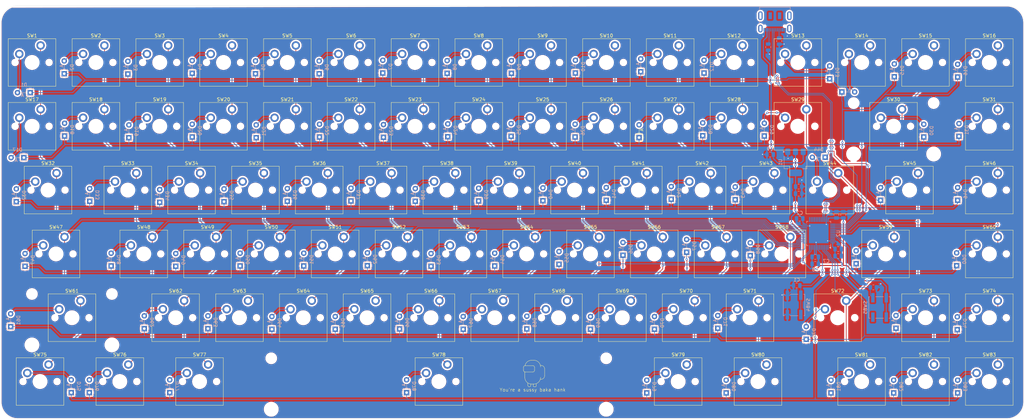
<source format=kicad_pcb>
(kicad_pcb (version 20241229) (generator "pcbnew") (generator_version "9.0")
  (layers (0 "F.Cu" signal) (2 "B.Cu" signal) (13 "F.Paste" user) (15 "B.Paste" user) (5 "F.SilkS" user "F.Silkscreen") (7 "B.SilkS" user "B.Silkscreen") (1 "F.Mask" user) (3 "B.Mask" user) (25 "Edge.Cuts" user))
  (net 0 "")
  (net 1 "GND")
  (net 2 "Net-(U2-NRST)")
  (net 3 "+3.3V")
  (net 4 "+5V")
  (net 5 "ROW0")
  (net 6 "Net-(D1-A)")
  (net 7 "Net-(D2-A)")
  (net 8 "Net-(D3-A)")
  (net 9 "Net-(D4-A)")
  (net 10 "Net-(D5-A)")
  (net 11 "Net-(D6-A)")
  (net 12 "Net-(D7-A)")
  (net 13 "Net-(D8-A)")
  (net 14 "Net-(D9-A)")
  (net 15 "Net-(D10-A)")
  (net 16 "Net-(D11-A)")
  (net 17 "Net-(D12-A)")
  (net 18 "Net-(D13-A)")
  (net 19 "Net-(D14-A)")
  (net 20 "Net-(D15-A)")
  (net 21 "Net-(D16-A)")
  (net 22 "Net-(D17-A)")
  (net 23 "ROW1")
  (net 24 "Net-(D18-A)")
  (net 25 "Net-(D19-A)")
  (net 26 "Net-(D20-A)")
  (net 27 "Net-(D21-A)")
  (net 28 "Net-(D22-A)")
  (net 29 "Net-(D23-A)")
  (net 30 "Net-(D24-A)")
  (net 31 "Net-(D25-A)")
  (net 32 "Net-(D26-A)")
  (net 33 "Net-(D27-A)")
  (net 34 "Net-(D28-A)")
  (net 35 "Net-(D29-A)")
  (net 36 "Net-(D30-A)")
  (net 37 "Net-(D31-A)")
  (net 38 "ROW2")
  (net 39 "Net-(D32-A)")
  (net 40 "Net-(D33-A)")
  (net 41 "Net-(D34-A)")
  (net 42 "Net-(D35-A)")
  (net 43 "Net-(D36-A)")
  (net 44 "Net-(D37-A)")
  (net 45 "Net-(D38-A)")
  (net 46 "Net-(D39-A)")
  (net 47 "Net-(D40-A)")
  (net 48 "Net-(D41-A)")
  (net 49 "Net-(D42-A)")
  (net 50 "Net-(D43-A)")
  (net 51 "Net-(D44-A)")
  (net 52 "Net-(D45-A)")
  (net 53 "Net-(D46-A)")
  (net 54 "ROW3")
  (net 55 "Net-(D47-A)")
  (net 56 "Net-(D48-A)")
  (net 57 "Net-(D49-A)")
  (net 58 "Net-(D50-A)")
  (net 59 "Net-(D51-A)")
  (net 60 "Net-(D52-A)")
  (net 61 "Net-(D53-A)")
  (net 62 "Net-(D54-A)")
  (net 63 "Net-(D55-A)")
  (net 64 "Net-(D56-A)")
  (net 65 "Net-(D57-A)")
  (net 66 "Net-(D58-A)")
  (net 67 "Net-(D59-A)")
  (net 68 "Net-(D60-A)")
  (net 69 "ROW4")
  (net 70 "Net-(D61-A)")
  (net 71 "Net-(D62-A)")
  (net 72 "Net-(D63-A)")
  (net 73 "Net-(D64-A)")
  (net 74 "Net-(D65-A)")
  (net 75 "Net-(D66-A)")
  (net 76 "Net-(D67-A)")
  (net 77 "Net-(D68-A)")
  (net 78 "Net-(D69-A)")
  (net 79 "Net-(D70-A)")
  (net 80 "Net-(D71-A)")
  (net 81 "Net-(D72-A)")
  (net 82 "Net-(D73-A)")
  (net 83 "Net-(D74-A)")
  (net 84 "ROW5")
  (net 85 "Net-(D75-A)")
  (net 86 "Net-(D76-A)")
  (net 87 "Net-(D77-A)")
  (net 88 "Net-(D78-A)")
  (net 89 "Net-(D79-A)")
  (net 90 "Net-(D80-A)")
  (net 91 "Net-(D81-A)")
  (net 92 "Net-(D82-A)")
  (net 93 "Net-(J1-CC1)")
  (net 94 "D-")
  (net 95 "D+")
  (net 96 "Net-(J1-CC2)")
  (net 97 "Net-(U2-PF11)")
  (net 98 "COL0")
  (net 99 "COL1")
  (net 100 "COL2")
  (net 101 "COL3")
  (net 102 "COL4")
  (net 103 "COL5")
  (net 104 "COL6")
  (net 105 "COL7")
  (net 106 "COL8")
  (net 107 "COL9")
  (net 108 "COL10")
  (net 109 "COL11")
  (net 110 "COL12")
  (net 111 "COL13")
  (net 112 "COL14")
  (net 127 "Net-(D83-A)")
  (net 128 "COL15")
  (footprint "Mounting_Keyboard_Stabilizer:Stabilizer_Cherry_MX_6.25u" (layer "F.Cu") (at 159.5 133.4)
    (property "Reference" "REF**" (hide yes))
    (property "Value" "Stabilizer_Cherry_MX_6.25u")
  )
  (footprint "Switch_Keyboard_Cherry_MX:SW_Cherry_MX_PCB" (layer "F.Cu") (at 304.8 38.1)
    (property "Reference" "SW15")
    (property "Value" "SW_Push")
  )
  (footprint "Switch_Keyboard_Cherry_MX:SW_Cherry_MX_PCB" (layer "F.Cu") (at 152.4 38.1)
    (property "Reference" "SW7")
    (property "Value" "SW_Push")
  )
  (footprint "Switch_Keyboard_Cherry_MX:SW_Cherry_MX_PCB" (layer "F.Cu") (at 171.45 38.1)
    (property "Reference" "SW8")
    (property "Value" "SW_Push")
  )
  (footprint "Switch_Keyboard_Cherry_MX:SW_Cherry_MX_PCB" (layer "F.Cu") (at 228.6 38.1)
    (property "Reference" "SW11")
    (property "Value" "SW_Push")
  )
  (footprint "Switch_Keyboard_Cherry_MX:SW_Cherry_MX_PCB" (layer "F.Cu") (at 57.15 38.1)
    (property "Reference" "SW2")
    (property "Value" "SW_Push")
  )
  (footprint "Switch_Keyboard_Cherry_MX:SW_Cherry_MX_PCB" (layer "F.Cu") (at 80.9625 114.3)
    (property "Reference" "SW62")
    (property "Value" "SW_Push")
  )
  (footprint "Switch_Keyboard_Cherry_MX:SW_Cherry_MX_PCB" (layer "F.Cu") (at 323.85 57.15)
    (property "Reference" "SW31")
    (property "Value" "SW_Push")
  )
  (footprint "Switch_Keyboard_Cherry_MX:SW_Cherry_MX_PCB" (layer "F.Cu") (at 300.0375 76.2)
    (property "Reference" "SW45")
    (property "Value" "SW_Push")
  )
  (footprint "Switch_Keyboard_Cherry_MX:SW_Cherry_MX_PCB" (layer "F.Cu") (at 76.2 38.1)
    (property "Reference" "SW3")
    (property "Value" "SW_Push")
  )
  (footprint "Switch_Keyboard_Cherry_MX:SW_Cherry_MX_PCB" (layer "F.Cu") (at 95.25 57.15)
    (property "Reference" "SW20")
    (property "Value" "SW_Push")
  )
  (footprint "Switch_Keyboard_Cherry_MX:SW_Cherry_MX_PCB" (layer "F.Cu") (at 252.4125 114.3)
    (property "Reference" "SW71")
    (property "Value" "SW_Push")
  )
  (footprint "Switch_Keyboard_Cherry_MX:SW_Cherry_MX_PCB" (layer "F.Cu") (at 209.55 38.1)
    (property "Reference" "SW10")
    (property "Value" "SW_Push")
  )
  (footprint "Switch_Keyboard_Cherry_MX:SW_Cherry_MX_PCB" (layer "F.Cu") (at 228.6 57.15)
    (property "Reference" "SW27")
    (property "Value" "SW_Push")
  )
  (footprint "Switch_Keyboard_Cherry_MX:SW_Cherry_MX_PCB" (layer "F.Cu") (at 142.875 76.2)
    (property "Reference" "SW37")
    (property "Value" "SW_Push")
  )
  (footprint "Switch_Keyboard_Cherry_MX:SW_Cherry_MX_PCB" (layer "F.Cu") (at 180.975 76.2)
    (property "Reference" "SW39")
    (property "Value" "SW_Push")
  )
  (footprint "Switch_Keyboard_Cherry_MX:SW_Cherry_MX_PCB" (layer "F.Cu") (at 66.675 76.2)
    (property "Reference" "SW33")
    (property "Value" "SW_Push")
  )
  (footprint "Switch_Keyboard_Cherry_MX:SW_Cherry_MX_PCB" (layer "F.Cu") (at 247.65 57.15)
    (property "Reference" "SW28")
    (property "Value" "SW_Push")
  )
  (footprint "Switch_Keyboard_Cherry_MX:SW_Cherry_MX_PCB" (layer "F.Cu") (at 257.175 76.2)
    (property "Reference" "SW43")
    (property "Value" "SW_Push")
  )
  (footprint "Switch_Keyboard_Cherry_MX:SW_Cherry_MX_PCB" (layer "F.Cu") (at 278.60625 114.3)
    (property "Reference" "SW72")
    (property "Value" "SW_Push")
  )
  (footprint "Switch_Keyboard_Cherry_MX:SW_Cherry_MX_PCB" (layer "F.Cu") (at 323.85 114.3)
    (property "Reference" "SW74")
    (property "Value" "SW_Push")
  )
  (footprint "Switch_Keyboard_Cherry_MX:SW_Cherry_MX_PCB" (layer "F.Cu") (at 276.225 76.2)
    (property "Reference" "SW44")
    (property "Value" "SW_Push")
  )
  (footprint "Switch_Keyboard_Cherry_MX:SW_Cherry_MX_PCB" (layer "F.Cu") (at 304.8 133.35)
    (property "Reference" "SW82")
    (property "Value" "SW_Push" (hide yes))
  )
  (footprint "Switch_Keyboard_Cherry_MX:SW_Cherry_MX_PCB" (layer "F.Cu") (at 292.89375 95.25)
    (property "Reference" "SW59")
    (property "Value" "SW_Push")
  )
  (footprint "Switch_Keyboard_Cherry_MX:SW_Cherry_MX_PCB" (layer "F.Cu") (at 40.48125 133.35)
    (property "Reference" "SW75")
    (property "Value" "SW_Push" (hide yes))
  )
  (footprint "Switch_Keyboard_Cherry_MX:SW_Cherry_MX_PCB" (layer "F.Cu") (at 114.3 38.1)
    (property "Reference" "SW5")
    (property "Value" "SW_Push")
  )
  (footprint "Switch_Keyboard_Cherry_MX:SW_Cherry_MX_PCB" (layer "F.Cu") (at 254.79375 133.35)
    (property "Reference" "SW80")
    (property "Value" "SW_Push" (hide yes))
  )
  (footprint "Switch_Keyboard_Cherry_MX:SW_Cherry_MX_PCB" (layer "F.Cu") (at 85.725 76.2)
    (property "Reference" "SW34")
    (property "Value" "SW_Push")
  )
  (footprint "Switch_Keyboard_Cherry_MX:SW_Cherry_MX_PCB" (layer "F.Cu") (at 38.1 38.1)
    (property "Reference" "SW1")
    (property "Value" "SW_Push")
  )
  (footprint "Switch_Keyboard_Cherry_MX:SW_Cherry_MX_PCB" (layer "F.Cu") (at 219.075 76.2)
    (property "Reference" "SW41")
    (property "Value" "SW_Push")
  )
  (footprint "Switch_Keyboard_Cherry_MX:SW_Cherry_MX_PCB" (layer "F.Cu") (at 147.6375 95.25)
    (property "Reference" "SW52")
    (property "Value" "SW_Push")
  )
  (footprint "Switch_Keyboard_Cherry_MX:SW_Cherry_MX_PCB" (layer "F.Cu") (at 152.4 57.15)
    (property "Reference" "SW23")
    (property "Value" "SW_Push")
  )
  (footprint "Switch_Keyboard_Cherry_MX:SW_Cherry_MX_PCB" (layer "F.Cu") (at 266.7 38.1)
    (property "Reference" "SW13")
    (property "Value" "SW_Push")
  )
  (footprint "Switch_Keyboard_Cherry_MX:SW_Cherry_MX_PCB" (layer "F.Cu") (at 38.1 57.15)
    (property "Reference" "SW17")
    (property "Value" "SW_Push")
  )
  (footprint "Switch_Keyboard_Cherry_MX:SW_Cherry_MX_PCB" (layer "F.Cu") (at 323.85 76.2)
    (property "Reference" "SW46")
    (property "Value" "SW_Push")
  )
  (footprint "Switch_Keyboard_Cherry_MX:SW_Cherry_MX_PCB" (layer "F.Cu") (at 323.85 38.1)
    (property "Reference" "SW16")
    (property "Value" "SW_Push")
  )
  (footprint "Switch_Keyboard_Cherry_MX:SW_Cherry_MX_PCB" (layer "F.Cu") (at 200.025 76.2)
    (property "Reference" "SW40")
    (property "Value" "SW_Push")
  )
  (footprint "Switch_Keyboard_Cherry_MX:SW_Cherry_MX_PCB" (layer "F.Cu") (at 57.15 57.15)
    (property "Reference" "SW18")
    (property "Value" "SW_Push")
  )
  (footprint "Switch_Keyboard_Cherry_MX:SW_Cherry_MX_PCB" (layer "F.Cu") (at 95.25 38.1)
    (property "Reference" "SW4")
    (property "Value" "SW_Push")
  )
  (footprint "Switch_Keyboard_Cherry_MX:SW_Cherry_MX_PCB" (layer "F.Cu") (at 90.4875 95.25)
    (property "Reference" "SW49")
    (property "Value" "SW_Push")
  )
  (footprint "Diode_THT:D_DO-35_SOD27_P3.81mm_Vertical_AnodeUp" (layer "F.Cu") (at 219.3 60.514315 90)
    (property "Reference" "D27" (hide yes))
    (property "Value" "D_Small")
  )
  (footprint "Switch_Keyboard_Cherry_MX:SW_Cherry_MX_PCB" (layer "F.Cu") (at 230.98125 133.35)
    (property "Reference" "SW79")
    (property "Value" "SW_Push" (hide yes))
  )
  (footprint "Switch_Keyboard_Cherry_MX:SW_Cherry_MX_PCB" (layer "F.Cu") (at 42.8625 76.2)
    (property "Reference" "SW32")
    (property "Value" "SW_Push")
  )
  (footprint "Switch_Keyboard_Cherry_MX:SW_Cherry_MX_PCB" (layer "F.Cu") (at 323.85 133.35)
    (property "Reference" "SW83")
    (property "Value" "SW_Push" (hide yes))
  )
  (footprint "Switch_Keyboard_Cherry_MX:SW_Cherry_MX_PCB" (layer "F.Cu") (at 104.775 76.2)
    (property "Reference" "SW35")
    (property "Value" "SW_Push")
  )
  (footprint "Switch_Keyboard_Cherry_MX:SW_Cherry_MX_PCB" (layer "F.Cu") (at 176.2125 114.3)
    (property "Reference" "SW67")
    (property "Value" "SW_Push")
  )
  (footprint "Switch_Keyboard_Cherry_MX:SW_Cherry_MX_PCB" (layer "F.Cu") (at 285.75 133.35)
    (property "Reference" "SW81")
    (property "Value" "SW_Push" (hide yes))
  )
  (footprint "Switch_Keyboard_Cherry_MX:SW_Cherry_MX_PCB" (layer "F.Cu") (at 295.275 57.15)
    (property "Reference" "SW30")
    (property "Value" "SW_Push")
  )
  (footprint "Switch_Keyboard_Cherry_MX:SW_Cherry_MX_PCB" (layer "F.Cu") (at 138.1125 114.3)
    (property "Reference" "SW65")
    (property "Value" "SW_Push")
  )
  (footprint "Switch_Keyboard_Cherry_MX:SW_Cherry_MX_PCB" (layer "F.Cu") (at 45.24375 95.25)
    (property "Reference" "SW47")
    (property "Value" "SW_Push")
  )
  (footprint "Switch_Keyboard_Cherry_MX:SW_Cherry_MX_PCB" (layer "F.Cu") (at 242.8875 95.25)
    (property "Reference" "SW57")
    (property "Value" "SW_Push")
  )
  (footprint "Switch_Keyboard_Cherry_MX:SW_Cherry_MX_PCB" (layer "F.Cu") (at 204.7875 95.25)
    (property "Reference" "SW55")
    (property "Value" "SW_Push")
  )
  (footprint "Switch_Keyboard_Cherry_MX:SW_Cherry_MX_PCB" (layer "F.Cu") (at 209.55 57.15)
    (property "Reference" "SW26")
    (property "Value" "SW_Push")
  )
  (footprint "Switch_Keyboard_Cherry_MX:SW_Cherry_MX_PCB" (layer "F.Cu") (at 171.45 57.15)
    (property "Reference" "SW24")
    (property "Value" "SW_Push")
  )
  (footprint "Switch_Keyboard_Cherry_MX:SW_Cherry_MX_PCB" (layer "F.Cu") (at 247.65 38.1)
    (property "Reference" "SW12")
    (property "Value" "SW_Push")
  )
  (footprint "Mounting_Keyboard_Stabilizer:Stabilizer_Cherry_MX_2.00u" (layer "F.Cu") (at 50 114.2)
    (property "Reference" "REF**" (hide yes))
    (property "Value" "Stabilizer_Cherry_MX_2.00u")
  )
  (footprint "Switch_Keyboard_Cherry_MX:SW_Cherry_MX_PCB" (layer "F.Cu") (at 304.8 114.3)
    (property "Reference" "SW73")
    (property "Value" "SW_Push")
  )
  (footprint "Switch_Keyboard_Cherry_MX:SW_Cherry_MX_PCB" (layer "F.Cu") (at 223.8375 95.25)
    (property "Reference" "SW56")
    (property "Value" "SW_Push")
  )
  (footprint "Switch_Keyboard_Cherry_MX:SW_Cherry_MX_PCB" (layer "F.Cu") (at 323.85 95.25)
    (property "Reference" "SW60")
    (property "Value" "SW_Push")
  )
  (footprint "Mounting_Keyboard_Stabilizer:Stabilizer_Cherry_MX_2.00u" (layer "F.Cu") (at 295.3 57.2)
    (property "Reference" "REF**" (hide yes))
    (property "Value" "Stabilizer_Cherry_MX_2.00u")
  )
  (footprint "Switch_Keyboard_Cherry_MX:SW_Cherry_MX_PCB" (layer "F.Cu") (at 185.7375 95.25)
    (property "Reference" "SW54")
    (property "Value" "SW_Push")
  )
  (footprint "Switch_Keyboard_Cherry_MX:SW_Cherry_MX_PCB" (layer "F.Cu") (at 50.00625 114.3)
    (property "Reference" "SW61")
    (property "Value" "SW_Push")
  )
  (footprint "Switch_Keyboard_Cherry_MX:SW_Cherry_MX_PCB" (layer "F.Cu") (at 133.35 38.1)
    (property "Reference" "SW6")
    (property "Value" "SW_Push")
  )
  (footprint "Switch_Keyboard_Cherry_MX:SW_Cherry_MX_PCB" (layer "F.Cu") (at 109.5375 95.25)
    (property "Reference" "SW50")
    (property "Value" "SW_Push")
  )
  (footprint "Switch_Keyboard_Cherry_MX:SW_Cherry_MX_PCB" (layer "F.Cu") (at 261.9375 95.25)
    (property "Reference" "SW58")
    (property "Value" "SW_Push")
  )
  (footprint "Switch_Keyboard_Cherry_MX:SW_Cherry_MX_PCB" (layer "F.Cu") (at 195.2625 114.3)
    (property "Reference" "SW68")
    (property "Value" "SW_Push")
  )
  (footprint "Switch_Keyboard_Cherry_MX:SW_Cherry_MX_PCB" (layer "F.Cu") (at 233.3625 114.3)
    (property "Reference" "SW70")
    (property "Value" "SW_Push")
  )
  (footprint "Switch_Keyboard_Cherry_MX:SW_Cherry_MX_PCB" (layer "F.Cu") (at 123.825 76.2)
    (property "Reference" "SW36")
    (property "Value" "SW_Push")
  )
  (footprint "Switch_Keyboard_Cherry_MX:SW_Cherry_MX_PCB" (layer "F.Cu") (at 128.5875 95.25)
    (property "Reference" "SW51")
    (property "Value" "SW_Push")
  )
  (footprint "Switch_Keyboard_Cherry_MX:SW_Cherry_MX_PCB" (layer "F.Cu") (at 190.5 57.15)
    (property "Reference" "SW25")
    (property "Value" "SW_Push")
  )
  (footprint "Switch_Keyboard_Cherry_MX:SW_Cherry_MX_PCB" (layer "F.Cu") (at 285.75 38.1)
    (property "Reference" "SW14")
    (property "Value" "SW_Push")
  )
  (footprint "Switch_Keyboard_Cherry_MX:SW_Cherry_MX_PCB" (layer "F.Cu") (at 88.10625 133.35)
    (property "Reference" "SW77")
    (property "Value" "SW_Push" (hide yes))
  )
  (footprint "Switch_Keyboard_Cherry_MX:SW_Cherry_MX_PCB" (layer "F.Cu") (at 64.29375 133.35)
    (property "Reference" "SW76")
    (property "Value" "SW_Push" (hide yes))
  )
  (footprint "Switch_Keyboard_Cherry_MX:SW_Cherry_MX_PCB" (layer "F.Cu") (at 157.1625 114.3)
    (property "Reference" "SW66")
    (property "Value" "SW_Push")
  )
  (footprint "Switch_Keyboard_Cherry_MX:SW_Cherry_MX_PCB" (layer "F.Cu") (at 133.35 57.15)
    (property "Reference" "SW22")
    (property "Value" "SW_Push")
  )
  (footprint "Switch_Keyboard_Cherry_MX:SW_Cherry_MX_PCB" (layer "F.Cu") (at 238.125 76.2)
    (property "Reference" "SW42")
    (property "Value" "SW_Push")
  )
  (footprint "Switch_Keyboard_Cherry_MX:SW_Cherry_MX_PCB" (layer "F.Cu") (at 71.4375 95.25)
    (property "Reference" "SW48")
    (property "Value" "SW_Push")
  )
  (footprint "Switch_Keyboard_Cherry_MX:SW_Cherry_MX_PCB" (layer "F.Cu") (at 76.2 57.15)
    (property "Reference" "SW19")
    (property "Value" "SW_Push")
  )
  (footprint "Switch_Keyboard_Cherry_MX:SW_Cherry_MX_PCB" (layer "F.Cu") (at 214.3125 114.3)
    (property "Reference" "SW69")
    (property "Value" "SW_Push")
  )
  (footprint "Switch_Keyboard_Cherry_MX:SW_Cherry_MX_PCB" (layer "F.Cu") (at 190.5 38.1)
    (property "Reference" "SW9")
    (property "Value" "SW_Push")
  )
  (footprint "Switch_Keyboard_Cherry_MX:SW_Cherry_MX_PCB" (layer "F.Cu") (at 114.3 57.15)
    (property "Reference" "SW21")
    (property "Value" "SW_Push")
  )
  (footprint "Switch_Keyboard_Cherry_MX:SW_Cherry_MX_PCB" (layer "F.Cu") (at 100.0125 114.3)
    (property "Reference" "SW63")
    (property "Value" "SW_Push")
  )
  (footprint "Switch_Keyboard_Cherry_MX:SW_Cherry_MX_PCB" (layer "F.Cu") (at 266.7 57.15)
    (property "Reference" "SW29")
    (property "Value" "SW_Push")
  )
  (footprint "Switch_Keyboard_Cherry_MX:SW_Cherry_MX_PCB" (layer "F.Cu") (at 119.0625 114.3)
    (property "Reference" "SW64")
    (property "Value" "SW_Push")
  )
  (footprint "Switch_Keyboard_Cherry_MX:SW_Cherry_MX_PCB" (layer "F.Cu") (at 159.54375 133.35)
    (property "Reference" "SW78")
    (property "Value" "SW_Push" (hide yes))
  )
  (footprint "Switch_Keyboard_Cherry_MX:SW_Cherry_MX_PCB" (layer "F.Cu") (at 161.925 76.2)
    (property "Reference" "SW38")
    (property "Value" "SW_Push")
  )
  (footprint "Switch_Keyboard_Cherry_MX:SW_Cherry_MX_PCB" (layer "F.Cu") (at 166.6875 95.25)
    (property "Reference" "SW53")
    (property "Value" "SW_Push")
  )
  (footprint "Diode_THT:D_DO-35_SOD27_P3.81mm_Vertical_AnodeUp" (layer "B.Cu") (at 248 79.049315 90)
    (property "Reference" "D43")
    (property "Value" "D_Small")
  )
  (footprint "Diode_THT:D_DO-35_SOD27_P3.81mm_Vertical_AnodeUp" (layer "B.Cu") (at 81 98.949315 90)
    (property "Reference" "D49")
    (property "Value" "D_Small")
  )
  (footprint "Diode_THT:D_DO-35_SOD27_P3.81mm_Vertical_AnodeUp" (layer "B.Cu") (at 314.3 117.849315 90)
    (property "Reference" "D74")
    (property "Value" "D_Small")
  )
  (footprint "Diode_THT:D_DO-35_SOD27_P3.81mm_Vertical_AnodeUp" (layer "B.Cu") (at 171.4 79.449315 90)
    (property "Reference" "D39")
    (property "Value" "D_Small")
  )
  (footprint "Diode_THT:D_DO-35_SOD27_P3.81mm_Vertical_AnodeUp" (layer "B.Cu") (at 95.4 79.649315 90)
    (property "Reference" "D35")
    (property "Value" "D_Small")
  )
  (footprint "Diode_THT:D_DO-35_SOD27_P3.81mm_Vertical_AnodeUp" (layer "B.Cu") (at 49.8 136.649315 90)
    (property "Reference" "D75")
    (property "Value" "D_Small")
  )
  (footprint "Capacitor_SMD:C_0805_2012Metric" (layer "B.Cu") (at 258.425 65.575 180)
    (property "Reference" "C9")
    (property "Value" "100n")
  )
  (footprint "Button_Switch_SMD:SW_Push_1P1T_NO_CK_KSC6xxJ" (layer "B.Cu") (at 291.1 111.225 90)
    (property "Reference" "SW85")
    (property "Value" "SW_Push")
  )
  (footprint "Capacitor_SMD:C_0805_2012Metric" (layer "B.Cu") (at 266.35 104.675 180)
    (property "Reference" "C1")
    (property "Value" "0.1u")
  )
  (footprint "Connector_USB:USB_C_Receptacle_JAE_DX07S016JA1R1500" (layer "B.Cu") (at 259.85 25.3)
    (property "Reference" "J1" (hide yes))
    (property "Value" "USB_C_Receptacle_USB2.0_14P")
  )
  (footprint "Diode_THT:D_DO-35_SOD27_P3.81mm_Vertical_AnodeUp" (layer "B.Cu") (at 67 60.549315 90)
    (property "Reference" "D19")
    (property "Value" "D_Small")
  )
  (footprint "Diode_THT:D_DO-35_SOD27_P3.81mm_Vertical_AnodeUp" (layer "B.Cu") (at 185.8 117.649315 90)
    (property "Reference" "D68")
    (property "Value" "D_Small")
  )
  (footprint "Diode_THT:D_DO-35_SOD27_P3.81mm_Vertical_AnodeUp" (layer "B.Cu") (at 85.9 41.349315 90)
    (property "Reference" "D4")
    (property "Value" "D_Small")
  )
  (footprint "Diode_THT:D_DO-35_SOD27_P3.81mm_Vertical_AnodeUp" (layer "B.Cu") (at 71.6 117.549315 90)
    (property "Reference" "D62")
    (property "Value" "D_Small")
  )
  (footprint "Diode_THT:D_DO-35_SOD27_P3.81mm_Vertical_AnodeUp" (layer "B.Cu") (at 314.4 79.249315 90)
    (property "Reference" "D46")
    (property "Value" "D_Small")
  )
  (footprint "Diode_THT:D_DO-35_SOD27_P3.81mm_Vertical_AnodeUp" (layer "B.Cu") (at 162 41.349315 90)
    (property "Reference" "D8")
    (property "Value" "D_Small")
  )
  (footprint "Diode_THT:D_DO-35_SOD27_P3.81mm_Vertical_AnodeUp" (layer "B.Cu") (at 314.1 98.749315 90)
    (property "Reference" "D60")
    (property "Value" "D_Small")
  )
  (footprint "Diode_THT:D_DO-35_SOD27_P3.81mm_Vertical_AnodeUp" (layer "B.Cu") (at 314.4 42.449315 90)
    (property "Reference" "D16")
    (property "Value" "D_Small")
  )
  (footprint "Diode_THT:D_DO-35_SOD27_P3.81mm_Vertical_AnodeUp" (layer "B.Cu") (at 296 117.449315 90)
    (property "Reference" "D73" (hide yes))
    (property "Value" "D_Small")
  )
  (footprint "Capacitor_SMD:C_0805_2012Metric" (layer "B.Cu") (at 280.275 83.575 90)
    (property "Reference" "C4" (hide yes))
    (property "Value" "100n")
  )
  (footprint "Diode_THT:D_DO-35_SOD27_P3.81mm_Vertical_AnodeUp" (layer "B.Cu") (at 36 98.949315 90)
    (property "Reference" "D47")
    (property "Value" "D_Small")
  )
  (footprint "Diode_THT:D_DO-35_SOD27_P3.81mm_Vertical_AnodeUp" (layer "B.Cu") (at 123.8 41.449315 90)
    (property "Reference" "D6")
    (property "Value" "D_Small")
  )
  (footprint "Package_QFP:LQFP-48_7x7mm_P0.5mm" (layer "B.Cu") (at 272.9375 89.15 90)
    (property "Reference" "U2")
    (property "Value" "STM32F042C4Tx")
  )
  (footprint "Diode_THT:D_DO-35_SOD27_P3.81mm_Vertical_AnodeUp" (layer "B.Cu") (at 214.5 95.649315 90)
    (property "Reference" "D56")
    (property "Value" "D_Small")
  )
  (footprint "Diode_THT:D_DO-35_SOD27_P3.81mm_Vertical_AnodeUp" (layer "B.Cu") (at 47.7 41.449315 90)
    (property "Reference" "D2")
    (property "Value" "D_Small")
  )
  (footprint "Diode_THT:D_DO-35_SOD27_P3.81mm_Vertical_AnodeUp" (layer "B.Cu") (at 66.7 41.549315 90)
    (property "Reference" "D3")
    (property "Value" "D_Small")
  )
  (footprint "Resistor_SMD:R_0805_2012Metric" (layer "B.Cu") (at 257.85 33.5125 -90)
    (property "Reference" "R3" (hide yes))
    (property "Value" "5.1k")
  )
  (footprint "Diode_THT:D_DO-35_SOD27_P3.81mm_Vertical_AnodeUp" (layer "B.Cu") (at 233.5 94.749315 90)
    (property "Reference" "D57")
    (property "Value" "D_Small")
  )
  (footprint "Diode_THT:D_DO-35_SOD27_P3.81mm_Vertical_AnodeUp" (layer "B.Cu") (at 256.7 60.049315 90)
    (property "Reference" "D29")
    (property "Value" "D_Small")
  )
  (footprint "Diode_THT:D_DO-35_SOD27_P3.81mm_Vertical_AnodeUp" (layer "B.Cu") (at 128.6 117.749315 90)
    (property "Reference" "D65")
    (property "Value" "D_Small")
  )
  (footprint "Diode_THT:D_DO-35_SOD27_P3.81mm_Vertical_AnodeUp" (layer "B.Cu") (at 295.5 42.349315 90)
    (property "Reference" "D15")
    (property "Value" "D_Small")
  )
  (footprint "Button_Switch_SMD:SW_Push_1P1T_NO_CK_KSC6xxJ" (layer "B.Cu") (at 265.575 110.475 -90)
    (property "Reference" "SW84")
    (property "Value" "SW_Push")
  )
  (footprint "Diode_THT:D_DO-35_SOD27_P3.81mm_Vertical_AnodeUp" (layer "B.Cu") (at 76.2 79.849315 90)
    (property "Reference" "D34")
    (property "Value" "D_Small")
  )
  (footprint "Resistor_SMD:R_0805_2012Metric" (layer "B.Cu") (at 289.25 105.25 180)
    (property "Reference" "R1" (hide yes))
    (property "Value" "10k")
  )
  (footprint "Diode_THT:D_DO-35_SOD27_P3.81mm_Vertical_AnodeUp" (layer "B.Cu") (at 55.2 136.649315 90)
    (property "Reference" "D76")
    (property "Value" "D_Small")
  )
  (footprint "Diode_THT:D_DO-35_SOD27_P3.81mm_Vertical_AnodeUp" (layer "B.Cu") (at 55.3 79.549315 90)
    (property "Reference" "D33")
    (property "Value" "D_Small")
  )
  (footprint "Diode_THT:D_DO-35_SOD27_P3.81mm_Vertical_AnodeUp" (layer "B.Cu") (at 35.649315 66.5 180)
    (property "Reference" "D17")
    (property "Value" "D_Small")
  )
  (footprint "Diode_THT:D_DO-35_SOD27_P3.81mm_Vertical_AnodeUp" (layer "B.Cu") (at 219.8 40.849315 90)
    (property "Reference" "D11" (hide yes))
    (property "Value" "D_Small")
  )
  (footprint "Diode_THT:D_DO-35_SOD27_P3.81mm_Vertical_AnodeUp" (layer "B.Cu") (at 314.8 60.149315 90)
    (property "Reference" "D31")
    (property "Value" "D_Small")
  )
  (footprint "Diode_THT:D_DO-35_SOD27_P3.81mm_Vertical_AnodeUp" (layer "B.Cu") (at 123.9 60.349315 90)
    (property "Reference" "D22")
    (property "Value" "D_Small")
  )
  (footprint "Diode_THT:D_DO-35_SOD27_P3.81mm_Vertical_AnodeUp" (layer "B.Cu") (at 138.2 98.749315 90)
    (property "Reference" "D52")
    (property "Value" "D_Small")
  )
  (footprint "Diode_THT:D_DO-35_SOD27_P3.81mm_Vertical_AnodeUp" (layer "B.Cu") (at 157.2 98.949315 90)
    (property "Reference" "D53")
    (property "Value" "D_Small")
  )
  (footprint "Package_TO_SOT_SMD:SOT-223-3_TabPin2" (layer "B.Cu") (at 266 67.9 -90)
    (property "Reference" "U1")
    (property "Value" "LD1117S33TR_SOT223")
  )
  (footprint "Diode_THT:D_DO-35_SOD27_P3.81mm_Vertical_AnodeUp" (layer "B.Cu") (at 105 60.549315 90)
    (property "Reference" "D21")
    (property "Value" "D_Small")
  )
  (footprint "Diode_THT:D_DO-35_SOD27_P3.81mm_Vertical_AnodeUp" (layer "B.Cu") (at 221.6 136.749315 90)
    (property "Reference" "D79")
    (property "Value" "D_Small")
  )
  (footprint "Diode_THT:D_DO-35_SOD27_P3.81mm_Vertical_AnodeUp" (layer "B.Cu") (at 291.4 79.249315 90)
    (property "Reference" "D45" (hide yes))
    (property "Value" "D_Small")
  )
  (footprint "Diode_THT:D_DO-35_SOD27_P3.81mm_Vertical_AnodeUp" (layer "B.Cu") (at 274.849315 66.4 180)
    (property "Reference" "D44")
    (property "Value" "D_Small")
  )
  (footprint "Diode_THT:D_DO-35_SOD27_P3.81mm_Vertical_AnodeUp" (layer "B.Cu") (at 147.8 117.649315 90)
    (property "Reference" "D66")
    (property "Value" "D_Small")
  )
  (footprint "Diode_THT:D_DO-35_SOD27_P3.81mm_Vertical_AnodeUp" (layer "B.Cu") (at 195.4 98.349315 90)
    (property "Reference" "D55")
    (property "Value" "D_Small")
  )
  (footprint "Diode_THT:D_DO-35_SOD27_P3.81mm_Vertical_AnodeUp" (layer "B.Cu") (at 176.2 98.849315 90)
    (property "Reference" "D54")
    (property "Value" "D_Small")
  )
  (footprint "Diode_THT:D_DO-35_SOD27_P3.81mm_Vertical_AnodeUp" (layer "B.Cu") (at 47.8 60.049315 90)
    (property "Reference" "D18")
    (property "Value" "D_Small")
  )
  (footprint "Diode_THT:D_DO-35_SOD27_P3.81mm_Vertical_AnodeUp" (layer "B.Cu") (at 181.1 60.149315 90)
    (property "Reference" "D25")
    (property "Value" "D_Small")
  )
  (footprint "Diode_THT:D_DO-35_SOD27_P3.81mm_Vertical_AnodeUp" (layer "B.Cu") (at 276.6 136.749315 90)
    (property "Reference" "D81")
    (property "Value" "D_Small")
  )
  (footprint "Diode_THT:D_DO-35_SOD27_P3.81mm_Vertical_AnodeUp" (layer "B.Cu") (at 252.5 95.749315 90)
    (property "Reference" "D58")
    (property "Value" "D_Small")
  )
  (footprint "Diode_THT:D_DO-35_SOD27_P3.81mm_Vertical_AnodeUp" (layer "B.Cu") (at 190.6 79.349315 90)
    (property "Reference" "D40")
    (property "Value" "D_Small")
  )
  (footprint "Diode_THT:D_DO-35_SOD27_P3.81mm_Vertical_AnodeUp" (layer "B.Cu") (at 104.8 41.449315 90)
    (property "Reference" "D5")
    (property "Value" "D_Small")
  )
  (footprint "Diode_THT:D_DO-35_SOD27_P3.81mm_Vertical_AnodeUp" (layer "B.Cu") (at 284.1 98.149315 90)
    (property "Reference" "D59" (hide yes))
    (property "Value" "D_Small")
  )
  (footprint "Diode_THT:D_DO-35_SOD27_P3.81mm_Vertical_AnodeUp" (layer "B.Cu") (at 114.3 79.549315 90)
    (property "Reference" "D36")
    (property "Value" "D_Small")
  )
  (footprint "Diode_THT:D_DO-35_SOD27_P3.81mm_Vertical_AnodeUp" (layer "B.Cu") (at 142.8 41.249315 90)
    (property "Reference" "D7")
    (property "Value" "D_Small")
  )
  (footprint "Diode_THT:D_DO-35_SOD27_P3.81mm_Vertical_AnodeUp" (layer "B.Cu") (at 238.3 59.949315 90)
    (property "Reference" "D28")
    (property "Value" "D_Small")
  )
  (footprint "Diode_THT:D_DO-35_SOD27_P3.81mm_Vertical_AnodeUp" (layer "B.Cu") (at 152.5 79.549315 90)
    (property "Reference" "D38")
    (property "Value" "D_Small")
  )
  (footprint "Capacitor_SMD:C_0805_2012Metric" (layer "B.Cu") (at 266.95 77.25)
    (property "Reference" "C10" (hide yes))
    (property "Value" "10u")
  )
  (footprint "Diode_THT:D_DO-35_SOD27_P3.81mm_Vertical_AnodeUp" (layer "B.Cu") (at 181.2 41.349315 90)
    (property "Reference" "D9")
    (property "Value" "D_Small")
  )
  (footprint "Diode_THT:D_DO-35_SOD27_P3.81mm_Vertical_AnodeUp" (layer "B.Cu") (at 223.9 117.749315 90)
    (property "Reference" "D70")
    (property "Value" "D_Small")
  )
  (footprint "Diode_THT:D_DO-35_SOD27_P3.81mm_Vertical_AnodeUp" (layer "B.Cu") (at 85.9 60.349315 90)
    (property "Reference" "D20")
    (property "Value" "D_Small")
  )
  (footprint "Diode_THT:D_DO-35_SOD27_P3.81mm_Vertical_AnodeUp" (layer "B.Cu") (at 79.2 136.649315 90)
    (property "Reference" "D77")
    (property "Value" "D_Small")
  )
  (footprint "Diode_THT:D_DO-35_SOD27_P3.81mm_Vertical_AnodeUp" (layer "B.Cu") (at 31.7 116.949315 90)
    (property "Reference" "D61")
    (property "Value" "D_Small")
  )
  (footprint "Diode_THT:D_DO-35_SOD27_P3.81mm_Vertical_AnodeUp" (layer "B.Cu") (at 276.2 42.949315 90)
    (property "Reference" "D13")
    (property "Value" "D_Small")
  )
  (footprint "Diode_THT:D_DO-35_SOD27_P3.81mm_Vertical_AnodeUp" (layer "B.Cu") (at 162.2 60.249315 90)
    (property "Reference" "D24")
    (property "Value" "D_Small")
  )
  (footprint "Capacitor_SMD:C_0805_2012Metric" (layer "B.Cu") (at 278.75 93.8)
    (property "Reference" "C6" (hide yes))
    (property "Value" "4.7u")
  )
  (footprint "Diode_THT:D_DO-35_SOD27_P3.81mm_Vertical_AnodeUp" (layer "B.Cu") (at 90.6 117.549315 90)
    (property "Reference" "D63")
    (property "Value" "D_Small")
  )
  (footprint "Resistor_SMD:R_0805_2012Metric" (layer "B.Cu") (at 261.15 31.7125 -90)
    (property "Reference" "R4" (hide yes))
    (property "Value" "5.1k")
  )
  (footprint "Capacitor_SMD:C_0805_2012Metric" (layer "B.Cu") (at 267.25 84.7 180)
    (property "Reference" "C2")
    (property "Value" "100n")
  )
  (footprint "Diode_THT:D_DO-35_SOD27_P3.81mm_Vertical_AnodeUp" (layer "B.Cu") (at 209.5 79.249315 90)
    (property "Reference" "D41")
    (property "Value" "D_Small")
  )
  (footprint "Diode_THT:D_DO-35_SOD27_P3.81mm_Vertical_AnodeUp" (layer "B.Cu") (at 304.3 60.349315 90)
    (property "Reference" "D30")
    (property "Value" "D_Small")
  )
  (footprint "Diode_THT:D_DO-35_SOD27_P3.81mm_Vertical_AnodeUp" (layer "B.Cu") (at 314.4 136.749315 90)
    (property "Reference" "D83")
    (property "Value" "D_Small")
  )
  (footprint "Diode_THT:D_DO-35_SOD27_P3.81mm_Vertical_AnodeUp" (layer "B.Cu") (at 269.2 120.749315 90)
    (property "Reference" "D72")
    (property "Value" "D_Small")
  )
  (footprint "Diode_THT:D_DO-35_SOD27_P3.81mm_Vertical_AnodeUp" (layer "B.Cu") (at 37.549315 47.1 180)
    (property "Reference" "D1")
    (property "Value" "D_Small")
  )
  (footprint "Resistor_SMD:R_0805_2012Metric" (layer "B.Cu") (at 266.9375 75.15)
    (property "Reference" "R2" (hide yes))
    (property "Value" "120")
  )
  (footprint "Diode_THT:D_DO-35_SOD27_P3.81mm_Vertical_AnodeUp" (layer "B.Cu") (at 295.3 136.749315 90)
    (property "Reference" "D82")
    (property "Value" "D_Small")
  )
  (footprint "Diode_THT:D_DO-35_SOD27_P3.81mm_Vertical_AnodeUp" (layer "B.Cu") (at 119.2 98.849315 90)
    (property "Reference" "D51")
    (property "Value" "D_Small")
  )
  (footprint "Diode_THT:D_DO-35_SOD27_P3.81mm_Vertical_AnodeUp" (layer "B.Cu") (at 133.3 79.449315 90)
    (property "Reference" "D37")
    (property "Value" "D_Small")
  )
  (footprint "Diode_THT:D_DO-35_SOD27_P3.81mm_Vertical_AnodeUp" (layer "B.Cu") (at 279.850686 46.9)
    (property "Reference" "D14" (hide yes))
    (property "Value" "D_Small")
  )
  (footprint "Diode_THT:D_DO-35_SOD27_P3.81mm_Vertical_AnodeUp" (layer "B.Cu") (at 109.7 117.749315 90)
    (property "Reference" "D64")
    (property "Value" "D_Small")
  )
  (footprint "Diode_THT:D_DO-35_SOD27_P3.81mm_Vertical_AnodeUp" (layer "B.Cu") (at 238.7 41.249315 90)
    (property "Reference" "D12")
    (property "Value" "D_Small")
  )
  (footprint "Diode_THT:D_DO-35_SOD27_P3.81mm_Vertical_AnodeUp" (layer "B.Cu") (at 166.8 117.749315 90)
    (property "Reference" "D67")
    (property "Value" "D_Small")
  )
  (footprint "Diode_THT:D_DO-35_SOD27_P3.81mm_Vertical_AnodeUp" (layer "B.Cu") (at 200.3 41.249315 90)
    (property "Reference" "D10")
    (property "Value" "D_Small")
  )
  (footprint "Diode_THT:D_DO-35_SOD27_P3.81mm_Vertical_AnodeUp" (layer "B.Cu") (at 204.8 117.749315 90)
    (property "Reference" "D69")
    (property "Value" "D_Small")
  )
  (footprint "Capacitor_SMD:C_0805_2012Metric" (layer "B.Cu") (at 271.9 98.25)
    (property "Reference" "C8")
    (property "Value" "10n")
  )
  (footprint "Diode_THT:D_DO-35_SOD27_P3.81mm_Vertical_AnodeUp" (layer "B.Cu") (at 61.7 98.849315 90)
    (property "Reference" "D48")
    (property "Value" "D_Small")
  )
  (footprint "Diode_THT:D_DO-35_SOD27_P3.81mm_Vertical_AnodeUp" (layer "B.Cu") (at 149.9 136.649315 90)
    (property "Reference" "D78")
    (property "Value" "D_Small")
  )
  (footprint "Diode_THT:D_DO-35_SOD27_P3.81mm_Vertical_AnodeUp" (layer "B.Cu") (at 100.2 98.849315 90)
    (property "Reference" "D50")
    (property "Value" "D_Small")
  )
  (footprint "Diode_THT:D_DO-35_SOD27_P3.81mm_Vertical_AnodeUp" (layer "B.Cu") (at 242.8 117.449315 90)
    (property "Reference" "D71")
    (property "Value" "D_Small")
  )
  (footprint "Capacitor_SMD:C_0805_2012Metric" (layer "B.Cu") (at 278.75 95.9)
    (property "Reference" "C3" (hide yes))
    (property "Value" "100n")
  )
  (footprint "Capacitor_SMD:C_0805_2012Metric" (layer "B.Cu") (at 278.225 83.575 90)
    (property "Reference" "C5" (hide yes))
    (property "Value" "4.7u")
  )
  (footprint "Diode_THT:D_DO-35_SOD27_P3.81mm_Vertical_AnodeUp" (layer "B.Cu") (at 33.4 79.649315 90)
    (property "Reference" "D32")
    (property "Value" "D_Small")
  )
  (footprint "Diode_THT:D_DO-35_SOD27_P3.81mm_Vertical_AnodeUp" (layer "B.Cu") (at 200.2 60.349315 90)
    (property "Reference" "D26")
    (property "Value" "D_Small")
  )
  (footprint "Diode_THT:D_DO-35_SOD27_P3.81mm_Vertical_AnodeUp" (layer "B.Cu") (at 143 60.449315 90)
    (property "Reference" "D23")
    (property "Value" "D_Small")
  )
  (footprint "Diode_THT:D_DO-35_SOD27_P3.81mm_Vertical_AnodeUp" (layer "B.Cu") (at 228.9 78.949315 90)
    (property "Reference" "D42")
    (property "Value" "D_Small")
  )
  (footprint "Diode_THT:D_DO-35_SOD27_P3.81mm_Vertical_AnodeUp" (layer "B.Cu") (at 245.3 136.749315 90)
    (property "Reference" "D80")
    (property "Value" "D_Small")
  )
  (footprint "Capacitor_SMD:C_0805_2012Metric" (layer "B.Cu") (at 271.9 96.125)
    (property "Reference" "C7")
    (property "Value" "1u")
  )
  (gr_line (start 185.300001 128.4) (end 185.3 128.6) (stroke (width 0.1)) (layer "F.SilkS"))
  (gr_line (start 187.9 134.1) (end 187.2 134.1) (stroke (width 0.1)) (layer "F.SilkS"))
  (gr_arc (start 187.2 134.1) (mid 185.785786 133.514214) (end 185.2 132.1) (stroke (width 0.1)) (layer "F.SilkS"))
  (gr_line (start 186.4 134.9) (end 186.7 134.9) (stroke (width 0.1)) (layer "F.SilkS"))
  (gr_line (start 185.2 132.1) (end 185.2 130.5) (stroke (width 0.1)) (layer "F.SilkS"))
  (gr_line (start 187.2 127) (end 187.9 127) (stroke (width 0.1)) (layer "F.SilkS"))
  (gr_line (start 187.9 134.9) (end 188.4 134.9) (stroke (width 0.1)) (layer "F.SilkS"))
  (gr_arc (start 186.402986 134.888057) (mid 186.184718 134.746165) (end 186.1 134.5) (stroke (width 0.1)) (layer "F.SilkS"))
  (gr_arc (start 187.9 127) (mid 189.314214 127.585786) (end 189.9 129) (stroke (width 0.1)) (layer "F.SilkS"))
  (gr_arc (start 187.6 128.6) (mid 187.953553 128.746447) (end 188.1 129.1) (stroke (width 0.1)) (layer "F.SilkS"))
  (gr_line (start 188.1 129.1) (end 188.1 130) (stroke (width 0.1)) (layer "F.SilkS"))
  (gr_line (start 185.3 128.6) (end 187.6 128.6) (stroke (width 0.1)) (layer "F.SilkS"))
  (gr_arc (start 187.9 134.899999) (mid 187.717158 134.741421) (end 187.700001 134.5) (stroke (width 0.1)) (layer "F.SilkS"))
  (gr_line (start 189.9 128.55) (end 190.1 128.55) (stroke (width 0.1)) (layer "F.SilkS"))
  (gr_arc (start 184.8 129.1) (mid 184.946447 128.746447) (end 185.3 128.6) (stroke (width 0.1)) (layer "F.SilkS"))
  (gr_line (start 188.6 134) (end 188.6 134.5) (stroke (width 0.1)) (layer "F.SilkS"))
  (gr_line (start 187 134.1) (end 187 134.5) (stroke (width 0.1)) (layer "F.SilkS"))
  (gr_arc (start 187 134.5) (mid 186.915282 134.746165) (end 186.697014 134.888057) (stroke (width 0.1)) (layer "F.SilkS"))
  (gr_arc (start 189.9 132.1) (mid 189.314214 133.514214) (end 187.9 134.1) (stroke (width 0.1)) (layer "F.SilkS"))
  (gr_arc (start 188.1 130) (mid 187.953553 130.353553) (end 187.6 130.5) (stroke (width 0.1)) (layer "F.SilkS"))
  (gr_arc (start 191.1 131.65) (mid 190.807107 132.357107) (end 190.1 132.65) (stroke (width 0.1)) (layer "F.SilkS"))
  (gr_line (start 184.8 130) (end 184.8 129.1) (stroke (width 0.1)) (layer "F.SilkS"))
  (gr_line (start 186.1 133.8) (end 186.1 134.5) (stroke (width 0.1)) (layer "F.SilkS"))
  (gr_arc (start 185.3 130.5) (mid 184.946447 130.353553) (end 184.8 130) (stroke (width 0.1)) (layer "F.SilkS"))
  (gr_line (start 191.1 129.55) (end 191.1 131.65) (stroke (width 0.1)) (layer "F.SilkS"))
  (gr_line (start 187.7 134.1) (end 187.7 134.5) (stroke (width 0.1)) (layer "F.SilkS"))
  (gr_arc (start 185.300001 128.4) (mid 186.022183 127.392908) (end 187.2 127.007515) (stroke (width 0.1)) (layer "F.SilkS"))
  (gr_line (start 190.1 132.65) (end 189.9 132.65) (stroke (width 0.1)) (layer "F.SilkS"))
  (gr_arc (start 188.599999 134.5) (mid 188.582842 134.741421) (end 188.4 134.899999) (stroke (width 0.1)) (layer "F.SilkS"))
  (gr_arc (start 190.1 128.55) (mid 190.807107 128.842893) (end 191.1 129.55) (stroke (width 0.1)) (layer "F.SilkS"))
  (gr_line (start 187.6 130.5) (end 185.3 130.5) (stroke (width 0.1)) (layer "F.SilkS"))
  (gr_line (start 334.2 26.2) (end 334.2 139.5) (stroke (width 0.05)) (layer "Edge.Cuts"))
  (gr_arc (start 28.8 26.2) (mid 30.264466 22.664466) (end 33.8 21.2) (stroke (width 0.05)) (layer "Edge.Cuts"))
  (gr_arc (start 334.2 139.5) (mid 332.735534 143.035534) (end 329.2 144.5) (stroke (width 0.05)) (layer "Edge.Cuts"))
  (gr_line (start 329.2 144.5) (end 33.8 144.5) (stroke (width 0.05)) (layer "Edge.Cuts"))
  (gr_arc (start 33.8 144.5) (mid 30.264466 143.035534) (end 28.8 139.5) (stroke (width 0.05)) (layer "Edge.Cuts"))
  (gr_line (start 28.8 139.5) (end 28.8 26.2) (stroke (width 0.05)) (layer "Edge.Cuts"))
  (gr_line (start 33.8 21.2) (end 329.2 21.2) (stroke (width 0.05)) (layer "Edge.Cuts"))
  (gr_arc (start 329.2 21.2) (mid 332.735534 22.664466) (end 334.2 26.2) (stroke (width 0.05)) (layer "Edge.Cuts"))
  (gr_text "You're a sussy baka hank" (at 177.6 136.4 0) (layer "F.SilkS") (effects (font (size 1 1) (thickness 0.1)) (justify left bottom)))
  (via (at 272.15 91.8) (size 0.6) (drill 0.3) (layers "F.Cu" "B.Cu") (net 1))
  (via (at 256.35 30.25) (size 0.6) (drill 0.3) (layers "F.Cu" "B.Cu") (net 1))
  (via (at 262.6 32.6) (size 0.6) (drill 0.3) (layers "F.Cu" "B.Cu") (net 1))
  (via (at 261.975 107.5) (size 0.6) (drill 0.3) (layers "F.Cu" "B.Cu") (net 1))
  (via (at 270.25 86.9) (size 0.6) (drill 0.3) (layers "F.Cu" "B.Cu") (net 1))
  (via (at 291.45 104.175) (size 0.6) (drill 0.3) (layers "F.Cu" "B.Cu") (net 1))
  (via (at 263.8 66.75) (size 0.6) (drill 0.3) (layers "F.Cu" "B.Cu") (net 1))
  (via (at 267.9 73.2) (size 0.6) (drill 0.3) (layers "F.Cu" "B.Cu") (net 1))
  (via (at 256.15 65.525) (size 0.6) (drill 0.3) (layers "F.Cu" "B.Cu") (net 1))
  (via (at 275.6 91.35) (size 0.6) (drill 0.3) (layers "F.Cu" "B.Cu") (net 1))
  (via (at 275.2 86.45) (size 0.6) (drill 0.3) (layers "F.Cu" "B.Cu") (net 1))
  (via (at 258.2 35.6) (size 0.6) (drill 0.3) (layers "F.Cu" "B.Cu") (net 1))
  (via (at 263.55 30.2) (size 0.6) (drill 0.3) (layers "F.Cu" "B.Cu") (net 1))
  (segment (start 272.1875 93.3125) (end 272.1875 95.4625) (width 0.3) (layer "B.Cu") (net 1))
  (segment (start 266.3 85.425) (end 267.775 86.9) (width 0.3) (layer "B.Cu") (net 1))
  (segment (start 275.1875 84.9875) (end 275.1875 86.4375) (width 0.3) (layer "B.Cu") (net 1))
  (segment (start 277.1 91.4) (end 275.65 91.4) (width 0.3) (layer "B.Cu") (net 1))
  (segment (start 261.15 32.625) (end 262.575 32.625) (width 0.3) (layer "B.Cu") (net 1))
  (segment (start 290.1625 105.25) (end 290.375 105.25) (width 0.3) (layer "B.Cu") (net 1))
  (segment (start 267.85 73.25) (end 267.9 73.2) (width 0.3) (layer "B.Cu") (net 1))
  (segment (start 267.85 77.2) (end 267.9 77.25) (width 0.3) (layer "B.Cu") (net 1))
  (segment (start 267.85 75.15) (end 267.85 73.25) (width 0.3) (layer "B.Cu") (net 1))
  (segment (start 263.7 64.75) (end 263.7 66.65) (width 0.3) (layer "B.Cu") (net 1))
  (segment (start 263.575 107.575) (end 262.05 107.575) (width 0.3) (layer "B.Cu") (net 1))
  (segment (start 262.95 28.35) (end 262.95 29.6) (width 0.3) (layer "B.Cu") (net 1))
  (segment (start 278.225 82.625) (end 280.275 82.625) (width 0.3) (layer "B.Cu") (net 1))
  (segment (start 272.1875 93.3125) (end 272.1875 91.8375) (width 0.3) (layer "B.Cu") (net 1))
  (segment (start 279.7 93.8) (end 279.7 95.9) (width 0.3) (layer "B.Cu") (net 1))
  (segment (start 275.65 91.4) (end 275.6 91.35) (width 0.3) (layer "B.Cu") (net 1))
  (segment (start 272.1875 95.4625) (end 272.85 96.125) (width 0.3) (layer "B.Cu") (net 1))
  (segment (start 272.85 96.125) (end 272.85 98.25) (width 0.3) (layer "B.Cu") (net 1))
  (segment (start 257.85 34.425) (end 257.85 35.25) (width 0.3) (layer "B.Cu") (net 1))
  (segment (start 278.225 82.625) (end 276.70938 82.625) (width 0.3) (layer "B.Cu") (net 1))
  (segment (start 262.95 29.6) (end 263.55 30.2) (width 0.3) (layer "B.Cu") (net 1))
  (segment (start 262.05 107.575) (end 261.975 107.5) (width 0.3) (layer "B.Cu") (net 1))
  (segment (start 256.2 65.575) (end 256.15 65.525) (width 0.3) (layer "B.Cu") (net 1))
  (segment (start 279.7 93.15938) (end 279.7 93.8) (width 0.3) (layer "B.Cu") (net 1))
  (segment (start 268.775 86.9) (end 270.25 86.9) (width 0.3) (layer "B.Cu") (net 1))
  (segment (start 256.75 28.35) (end 256.75 29.85) (width 0.3) (layer "B.Cu") (net 1))
  (segment (start 263.7 66.65) (end 263.8 66.75) (width 0.3) (layer "B.Cu") (net 1))
  (segment (start 290.375 105.25) (end 291.45 104.175) (width 0.3) (layer "B.Cu") (net 1))
  (segment (start 277.1 91.4) (end 277.94062 91.4) (width 0.3) (layer "B.Cu") (net 1))
  (segment (start 266.3 84.7) (end 266.3 85.425) (width 0.3) (layer "B.Cu") (net 1))
  (segment (start 265.4 105.75) (end 263.575 107.575) (width 0.3) (layer "B.Cu") (net 1))
  (segment (start 267.775 86.9) (end 268.775 86.9) (width 0.3) (layer "B.Cu") (net 1))
  (segment (start 256.75 29.85) (end 256.35 30.25) (width 0.3) (layer "B.Cu") (net 1))
  (segment (start 257.85 35.25) (end 258.2 35.6) (width 0.3) (layer "B.Cu") (net 1))
  (segment (start 276.70938 82.625) (end 275.1875 84.14688) (width 0.3) (layer "B.Cu") (net 1))
  (segment (start 267.85 75.15) (end 267.85 77.2) (width 0.3) (layer "B.Cu") (net 1))
  (segment (start 262.575 32.625) (end 262.6 32.6) (width 0.3) (layer "B.Cu") (net 1))
  (segment (start 265.4 104.675) (end 265.4 105.75) (width 0.3) (layer "B.Cu") (net 1))
  (segment (start 277.94062 91.4) (end 279.7 93.15938) (width 0.3) (layer "B.Cu") (net 1))
  (segment (start 275.1875 84.14688) (end 275.1875 84.9875) (width 0.3) (layer "B.Cu") (net 1))
  (segment (start 257.475 65.575) (end 256.2 65.575) (width 0.3) (layer "B.Cu") (net 1))
  (segment (start 272.1875 91.8375) (end 272.15 91.8) (width 0.3) (layer "B.Cu") (net 1))
  (segment (start 275.1875 86.4375) (end 275.2 86.45) (width 0.3) (layer "B.Cu") (net 1))
  (segment (start 274.05 101.3) (end 274.075 101.325) (width 0.2) (layer "F.Cu") (net 2))
  (segment (start 274.05 100.125) (end 274.05 101.3) (width 0.2) (layer "F.Cu") (net 2))
  (via (at 274.05 100.125) (size 0.6) (drill 0.3) (layers "F.Cu" "B.Cu") (net 2))
  (via (at 274.075 101.325) (size 0.6) (drill 0.3) (layers "F.Cu" "B.Cu") (net 2))
  (segment (start 272.6875 93.3125) (end 272.6875 94.08241) (width 0.2) (layer "B.Cu") (net 2))
  (segment (start 270.575 104.675) (end 267.3 104.675) (width 0.2) (layer "B.Cu") (net 2))
  (segment (start 272.6875 94.08241) (end 274.05 95.44491) (width 0.2) (layer "B.Cu") (net 2))
  (segment (start 267.575 104.95) (end 267.3 104.675) (width 0.2) (layer "B.Cu") (net 2))
  (segment (start 274.075 101.325) (end 270.7 104.7) (width 0.2) (layer "B.Cu") (net 2))
  (segment (start 274.05 95.44491) (end 274.05 99.33) (width 0.2) (layer "B.Cu") (net 2))
  (segment (start 270.7 104.7) (end 270.6 104.7) (width 0.2) (layer "B.Cu") (net 2))
  (segment (start 274.05 99.33) (end 274.05 100.125) (width 0.2) (layer "B.Cu") (net 2))
  (segment (start 267.575 107.575) (end 267.575 113.375) (width 0.2) (layer "B.Cu") (net 2))
  (segment (start 267.575 107.575) (end 267.575 104.95) (width 0.2) (layer "B.Cu") (net 2))
  (segment (start 270.6 104.7) (end 270.575 104.675) (width 0.2) (layer "B.Cu") (net 2))
  (segment (start 268.3 89.4) (end 268.3 97.6) (width 0.3) (layer "F.Cu") (net 3))
  (segment (start 265.925 80.305) (end 265.95 80.28) (width 0.3) (layer "F.Cu") (net 3))
  (segment (start 273.4 98.7) (end 279.9 98.7) (width 0.3) (layer "F.Cu") (net 3))
  (segment (start 279.9 98.7) (end 280.3 98.3) (width 0.3) (layer "F.Cu") (net 3))
  (segment (start 265.925 82.175) (end 265.925 80.305) (width 0.3) (layer "F.Cu") (net 3))
  (segment (start 279.9 98.7) (end 281.330756 98.7) (width 0.3) (layer "F.Cu") (net 3))
  (segment (start 281.330756 98.7) (end 285.890067 103.259311) (width 0.3) (layer "F.Cu") (net 3))
  (segment (start 268.3 97.6) (end 268.324265 97.624265) (width 0.3) (layer "F.Cu") (net 3))
  (segment (start 264.8 85.9) (end 268.3 89.4) (width 0.3) (layer "F.Cu") (net 3))
  (segment (start 285.890067 103.259311) (end 287.359311 103.259311) (width 0.3) (layer "F.Cu") (net 3))
  (segment (start 280.3 98.3) (end 280.3 85.8) (width 0.3) (layer "F.Cu") (net 3))
  (segment (start 266 67.4) (end 266 68.7) (width 0.3) (layer "F.Cu") (net 3))
  (segment (start 272.4 99.7) (end 273.4 98.7) (width 0.3) (layer "F.Cu") (net 3))
  (via (at 265.95 80.28) (size 0.6) (drill 0.3) (layers "F.Cu" "B.Cu") (net 3))
  (via (at 266 67.4) (size 0.6) (drill 0.3) (layers "F.Cu" "B.Cu") (net 3))
  (via (at 264.8 85.9) (size 0.6) (drill 0.3) (layers "F.Cu" "B.Cu") (net 3))
  (via (at 265.925 82.175) (size 0.6) (drill 0.3) (layers "F.Cu" "B.Cu") (net 3))
  (via (at 287.359311 103.259311) (size 0.6) (drill 0.3) (layers "F.Cu" "B.Cu") (net 3))
  (via (at 266 68.7) (size 0.6) (drill 0.3) (layers "F.Cu" "B.Cu") (net 3))
  (via (at 268.324265 97.624265) (size 0.6) (drill 0.3) (layers "F.Cu" "B.Cu") (net 3))
  (via (at 272.4 99.7) (size 0.6) (drill 0.3) (layers "F.Cu" "B.Cu") (net 3))
  (via (at 280.3 85.8) (size 0.6) (drill 0.3) (layers "F.Cu" "B.Cu") (net 3))
  (via (at 279.9 98.7) (size 0.6) (drill 0.3) (layers "F.Cu" "B.Cu") (net 3))
  (segment (start 266.025 77.225) (end 266 77.25) (width 0.3) (layer "B.Cu") (net 3))
  (segment (start 280.3 84.55) (end 280.275 84.525) (width 0.3) (layer "B.Cu") (net 3))
  (segment (start 268.324265 97.624265) (end 270.4 99.7) (width 0.3) (layer "B.Cu") (net 3))
  (segment (start 293.1 114.125) (end 293.1 108.325) (width 0.3) (layer "B.Cu") (net 3))
  (segment (start 280.3 85.8) (end 280.3 84.55) (width 0.3) (layer "B.Cu") (net 3))
  (segment (start 268.2 84.7) (end 268.2 85.825) (width 0.3) (layer "B.Cu") (net 3))
  (segment (start 278.225 84.525) (end 276.15 84.525) (width 0.3) (layer "B.Cu") (net 3))
  (segment (start 277.1 93.1) (end 277.8 93.8) (width 0.3) (layer "B.Cu") (net 3))
  (segment (start 266.25 82.75) (end 268.2 84.7) (width 0.3) (layer "B.Cu") (net 3))
  (segment (start 276.15 84.525) (end 275.6875 84.9875) (width 0.3) (layer "B.Cu") (net 3))
  (segment (start 264.8 84.2) (end 264.8 85.9) (width 0.3) (layer "B.Cu") (net 3))
  (segment (start 266 80.23) (end 265.95 80.28) (width 0.3) (layer "B.Cu") (net 3))
  (segment (start 293.1 104.905761) (end 293.1 108.325) (width 0.3) (layer "B.Cu") (net 3))
  (segment (start 277.1 91.9) (end 277.1 93.1) (width 0.3) (layer "B.Cu") (net 3))
  (segment (start 270.95 98.25) (end 270.95 99.15) (width 0.3) (layer "B.Cu") (net 3))
  (segment (start 265.925 82.425) (end 266.25 82.75) (width 0.3) (layer "B.Cu") (net 3))
  (segment (start 271.6875 93.3125) (end 271.6875 95.3875) (width 0.3) (layer "B.Cu") (net 3))
  (segment (start 287.359311 103.259311) (end 291.45355 103.259311) (width 0.3) (layer "B.Cu") (net 3))
  (segment (start 270.95 99.15) (end 270.4 99.7) (width 0.3) (layer "B.Cu") (net 3))
  (segment (start 266.25 82.75) (end 264.8 84.2) (width 0.3) (layer "B.Cu") (net 3))
  (segment (start 265.925 82.175) (end 265.925 82.425) (width 0.3) (layer "B.Cu") (net 3))
  (segment (start 266 64.75) (end 266 67.4) (width 0.3) (layer "B.Cu") (net 3))
  (segment (start 270.95 96.125) (end 270.95 98.25) (width 0.3) (layer "B.Cu") (net 3))
  (segment (start 265.95 82.2) (end 265.925 82.175) (width 0.3) (layer "B.Cu") (net 3))
  (segment (start 270.4 99.7) (end 272.4 99.7) (width 0.3) (layer "B.Cu") (net 3))
  (segment (start 266 77.25) (end 266 80.23) (width 0.3) (layer "B.Cu") (net 3))
  (segment (start 277.8 93.8) (end 277.8 95.9) (width 0.3) (layer "B.Cu") (net 3))
  (segment (start 266.025 71.075) (end 266 71.05) (width 0.3) (layer "B.Cu") (net 3))
  (segment (start 279.9 98) (end 277.8 95.9) (width 0.3) (layer "B.Cu") (net 3))
  (segment (start 266.025 75.15) (end 266.025 71.075) (width 0.3) (layer "B.Cu") (net 3))
  (segment (start 291.45355 103.259311) (end 293.1 104.905761) (width 0.3) (layer "B.Cu") (net 3))
  (segment (start 268.2 85.825) (end 268.775 86.4) (width 0.3) (layer "B.Cu") (net 3))
  (segment (start 279.9 98.7) (end 279.9 98) (width 0.3) (layer "B.Cu") (net 3))
  (segment (start 266 68.7) (end 266 71.05) (width 0.3) (layer "B.Cu") (net 3))
  (segment (start 278.225 84.525) (end 280.275 84.525) (width 0.3) (layer "B.Cu") (net 3))
  (segment (start 266.025 75.15) (end 266.025 77.225) (width 0.3) (layer "B.Cu") (net 3))
  (segment (start 271.6875 95.3875) (end 270.95 96.125) (width 0.3) (layer "B.Cu") (net 3))
  (segment (start 258.75 61.95) (end 258.75 63.15) (width 0.3) (layer "F.Cu") (net 4))
  (segment (start 258.5 42.775) (end 258.5 43.9) (width 0.3) (layer "F.Cu") (net 4))
  (segment (start 258.75 63.15) (end 258.8 63.2) (width 0.3) (layer "F.Cu") (net 4))
  (segment (start 258.5 43.9) (end 258.425 43.975) (width 0.3) (layer "F.Cu") (net 4))
  (via (at 258.5 42.775) (size 0.6) (drill 0.3) (layers "F.Cu" "B.Cu") (net 4))
  (via (at 258.425 43.975) (size 0.6) (drill 0.3) (layers "F.Cu" "B.Cu") (net 4))
  (via (at 258.75 61.95) (size 0.6) (drill 0.3) (layers "F.Cu" "B.Cu") (net 4))
  (via (at 258.8 63.2) (size 0.6) (drill 0.3) (layers "F.Cu" "B.Cu") (net 4))
  (segment (start 258.73 44.28) (end 258.73 60.8) (width 0.3) (layer "B.Cu") (net 4))
  (segment (start 258.425 43.975) (end 258.73 44.28) (width 0.3) (layer "B.Cu") (net 4))
  (segment (start 258.73 60.8) (end 258.73 61.93) (width 0.3) (layer "B.Cu") (net 4))
  (segment (start 256.4 36.6) (end 258.4 38.6) (width 0.3) (layer "B.Cu") (net 4))
  (segment (start 258.4 42.675) (end 258.5 42.775) (width 0.3) (layer "B.Cu") (net 4))
  (segment (start 258.73 61.93) (end 258.75 61.95) (width 0.3) (layer "B.Cu") (net 4))
  (segment (start 258.8 65) (end 259.375 65.575) (width 0.3) (layer "B.Cu") (net 4))
  (segment (start 260.675 68.05) (end 259.375 66.75) (width 0.3) (layer "B.Cu") (net 4))
  (segment (start 268.3 67.425) (end 267.675 68.05) (width 0.3) (layer "B.Cu") (net 4))
  (segment (start 259.375 66.75) (end 259.375 65.575) (width 0.3) (layer "B.Cu") (net 4))
  (segment (start 257.5 30.5) (end 256.4 31.6) (width 0.3) (layer "B.Cu") (net 4))
  (segment (start 258.4 38.6) (end 258.4 42.675) (width 0.3) (layer "B.Cu") (net 4))
  (segment (start 267.675 68.05) (end 260.675 68.05) (width 0.3) (layer "B.Cu") (net 4))
  (segment (start 268.3 64.75) (end 268.3 67.425) (width 0.3) (layer "B.Cu") (net 4))
  (segment (start 258.8 63.2) (end 258.8 65) (width 0.3) (layer "B.Cu") (net 4))
  (segment (start 257.5 28.35) (end 257.5 30.5) (width 0.3) (layer "B.Cu") (net 4))
  (segment (start 256.4 31.6) (end 256.4 36.6) (width 0.3) (layer "B.Cu") (net 4))
  (segment (start 280 63.2) (end 280 62) (width 0.2) (layer "F.Cu") (net 5))
  (segment (start 284.4 82.075) (end 284.4 80.875) (width 0.2) (layer "F.Cu") (net 5))
  (via (at 280 62) (size 0.6) (drill 0.3) (layers "F.Cu" "B.Cu") (net 5))
  (via (at 284.4 82.075) (size 0.6) (drill 0.3) (layers "F.Cu" "B.Cu") (net 5))
  (via (at 280 63.2) (size 0.6) (drill 0.3) (layers "F.Cu" "B.Cu") (net 5))
  (via (at 284.4 80.875) (size 0.6) (drill 0.3) (layers "F.Cu" "B.Cu") (net 5))
  (segment (start 219.8 40.849315) (end 219.8 43.275) (width 0.2) (layer "B.Cu") (net 5))
  (segment (start 279.850686 49.550686) (end 279.850686 46.9) (width 0.2) (layer "B.Cu") (net 5))
  (segment (start 104.8 41.449315) (end 104.8 43.375) (width 0.2) (layer "B.Cu") (net 5))
  (segment (start 219.9 43.375) (end 238.8 43.375) (width 0.2) (layer "B.Cu") (net 5))
  (segment (start 284.3 83.4) (end 284.4 83.3) (width 0.2) (layer "B.Cu") (net 5))
  (segment (start 284.4 80.875) (end 284.4 71.8) (width 0.2) (layer "B.Cu") (net 5))
  (segment (start 219.8 43.275) (end 219.9 43.375) (width 0.2) (layer "B.Cu") (net 5))
  (segment (start 288.211 52.089) (end 290.7 49.6) (width 0.2) (layer "B.Cu") (net 5))
  (segment (start 280 52) (end 280 49.7) (width 0.2) (layer "B.Cu") (net 5))
  (segment (start 281.3 86.4) (end 284.3 83.4) (width 0.2) (layer "B.Cu") (net 5))
  (segment (start 162 43.375) (end 181.3 43.375) (width 0.2) (layer "B.Cu") (net 5))
  (segment (start 181.3 43.375) (end 200.3 43.375) (width 0.2) (layer "B.Cu") (net 5))
  (segment (start 162 41.349315) (end 162 43.375) (width 0.2) (layer "B.Cu") (net 5))
  (segment (start 238.8 43.375) (end 263.5 43.375) (width 0.2) (layer "B.Cu") (net 5))
  (segment (start 142.8 43.275) (end 142.9 43.375) (width 0.2) (layer "B.Cu") (net 5))
  (segment (start 263.5 43.375) (end 263.925685 42.949315) (width 0.2) (layer "B.Cu") (net 5))
  (segment (start 238.7 43.275) (end 238.8 43.375) (width 0.2) (layer "B.Cu") (net 5))
  (segment (start 123.8 43.275) (end 123.9 43.375) (width 0.2) (layer "B.Cu") (net 5))
  (segment (start 295.5 42.349315) (end 295.5 44.8) (width 0.2) (layer "B.Cu") (net 5))
  (segment (start 53.95 43.375) (end 50.225 47.1) (width 0.2) (layer "B.Cu") (net 5))
  (segment (start 280.050686 46.800001) (end 280.050686 47.4) (width 0.2) (layer "B.Cu") (net 5))
  (segment (start 123.9 43.375) (end 142.9 43.375) (width 0.2) (layer "B.Cu") (net 5))
  (segment (start 50.225 47.1) (end 37.549315 47.1) (width 0.2) (layer "B.Cu") (net 5))
  (segment (start 53.95 43.375) (end 66.7 43.375) (width 0.2) (layer "B.Cu") (net 5))
  (segment (start 263.925685 42.949315) (end 276.2 42.949315) (width 0.2) (layer "B.Cu") (net 5))
  (segment (start 295.5 44.8) (end 292.65 47.65) (width 0.2) (layer "B.Cu") (net 5))
  (segment (start 85.9 41.349315) (end 85.9 43.275) (width 0.2) (layer "B.Cu") (net 5))
  (segment (start 284.4 83.3) (end 284.4 82.075) (width 0.2) (layer "B.Cu") (net 5))
  (segment (start 314.4 44.8) (end 314.4 42.449315) (width 0.2) (layer "B.Cu") (net 5))
  (segment (start 181.2 41.349315) (end 181.2 43.275) (width 0.2) (layer "B.Cu") (net 5))
  (segment (start 86 43.375) (end 104.8 43.375) (width 0.2) (layer "B.Cu") (net 5))
  (segment (start 238.7 41.249315) (end 238.7 43.275) (width 0.2) (layer "B.Cu") (net 5))
  (segment (start 280 62) (end 280 52) (width 0.2) (layer "B.Cu") (net 5))
  (segment (start 276.2 43.249314) (end 279.850686 46.9) (width 0.2) (layer "B.Cu") (net 5))
  (segment (start 280 67.2) (end 280 63.2) (width 0.2) (layer "B.Cu") (net 5))
  (segment (start 142.8 41.249315) (end 142.8 43.275) (width 0.2) (layer "B.Cu") (net 5))
  (segment (start 104.8 43.375) (end 123.9 43.375) (width 0.2) (layer "B.Cu") (net 5))
  (segment (start 85.9 43.275) (end 86 43.375) (width 0.2) (layer "B.Cu") (net 5))
  (segment (start 66.7 41.549315) (end 66.7 43.375) (width 0.2) (layer "B.Cu") (net 5))
  (segment (start 47.7 41.449315) (end 52.024315 41.449315) (width 0.2) (layer "B.Cu") (net 5))
  (segment (start 280.4 67.8) (end 280.4 67.6) (width 0.2) (layer "B.Cu") (net 5))
  (segment (start 200.3 41.249315) (end 200.3 43.375) (width 0.2) (layer "B.Cu") (net 5))
  (segment (start 142.9 43.375) (end 162 43.375) (width 0.2) (layer "B.Cu") (net 5))
  (segment (start 280 49.7) (end 279.850686 49.550686) (width 0.2) (layer "B.Cu") (net 5))
  (segment (start 66.7 43.375) (end 86 43.375) (width 0.2) (layer "B.Cu") (net 5))
  (segment (start 277.1 86.4) (end 281.3 86.4) (width 0.2) (layer "B.Cu") (net 5))
  (segment (start 280.4 67.6) (end 280 67.2) (width 0.2) (layer "B.Cu") (net 5))
  (segment (start 276.2 42.949315) (end 276.2 43.249314) (width 0.2) (layer "B.Cu") (net 5))
  (segment (start 280 52) (end 280.089 52.089) (width 0.2) (layer "B.Cu") (net 5))
  (segment (start 200.3 43.375) (end 219.9 43.375) (width 0.2) (layer "B.Cu") (net 5))
  (segment (start 280.089 52.089) (end 288.211 52.089) (width 0.2) (layer "B.Cu") (net 5))
  (segment (start 52.024315 41.449315) (end 53.95 43.375) (width 0.2) (layer "B.Cu") (net 5))
  (segment (start 181.2 43.275) (end 181.3 43.375) (width 0.2) (layer "B.Cu") (net 5))
  (segment (start 314.4 44.8) (end 311.55 47.65) (width 0.2) (layer "B.Cu") (net 5))
  (segment (start 311.55 47.65) (end 292.65 47.65) (width 0.2) (layer "B.Cu") (net 5))
  (segment (start 292.65 47.65) (end 290.7 49.6) (width 0.2) (layer "B.Cu") (net 5))
  (segment (start 123.8 41.449315) (end 123.8 43.275) (width 0.2) (layer "B.Cu") (net 5))
  (segment (start 284.4 71.8) (end 280.4 67.8) (width 0.2) (layer "B.Cu") (net 5))
  (segment (start 34.29 35.56) (end 34.29 46.549315) (width 0.2) (layer "B.Cu") (net 6))
  (segment (start 34.29 46.549315) (end 33.739315 47.1) (width 0.2) (layer "B.Cu") (net 6))
  (segment (start 49.779315 35.56) (end 53.34 35.56) (width 0.2) (layer "B.Cu") (net 7))
  (segment (start 47.7 37.639315) (end 49.779315 35.56) (width 0.2) (layer "B.Cu") (net 7))
  (segment (start 66.7 37.739315) (end 68.879315 35.56) (width 0.2) (layer "B.Cu") (net 8))
  (segment (start 68.879315 35.56) (end 72.39 35.56) (width 0.2) (layer "B.Cu") (net 8))
  (segment (start 85.9 37.539315) (end 87.879315 35.56) (width 0.2) (layer "B.Cu") (net 9))
  (segment (start 87.879315 35.56) (end 91.44 35.56) (width 0.2) (layer "B.Cu") (net 9))
  (segment (start 106.879315 35.56) (end 110.49 35.56) (width 0.2) (layer "B.Cu") (net 10))
  (segment (start 104.8 37.639315) (end 106.879315 35.56) (width 0.2) (layer "B.Cu") (net 10))
  (segment (start 125.879315 35.56) (end 129.54 35.56) (width 0.2) (layer "B.Cu") (net 11))
  (segment (start 123.8 37.639315) (end 125.879315 35.56) (width 0.2) (layer "B.Cu") (net 11))
  (segment (start 142.8 37.439315) (end 144.679315 35.56) (width 0.2) (layer "B.Cu") (net 12))
  (segment (start 144.679315 35.56) (end 148.59 35.56) (width 0.2) (layer "B.Cu") (net 12))
  (segment (start 162 37.539315) (end 163.979315 35.56) (width 0.2) (layer "B.Cu") (net 13))
  (segment (start 163.979315 35.56) (end 167.64 35.56) (width 0.2) (layer "B.Cu") (net 13))
  (segment (start 183.179315 35.56) (end 186.69 35.56) (width 0.2) (layer "B.Cu") (net 14))
  (segment (start 181.2 37.539315) (end 183.179315 35.56) (width 0.2) (layer "B.Cu") (net 14))
  (segment (start 200.3 37.439315) (end 202.179315 35.56) (width 0.2) (layer "B.Cu") (net 15))
  (segment (start 202.179315 35.56) (end 205.74 35.56) (width 0.2) (layer "B.Cu") (net 15))
  (segment (start 224.79 35.56) (end 221.279315 35.56) (width 0.2) (layer "B.Cu") (net 16))
  (segment (start 221.279315 35.56) (end 219.8 37.039315) (width 0.2) (layer "B.Cu") (net 16))
  (segment (start 240.579315 35.56) (end 238.7 37.439315) (width 0.2) (layer "B.Cu") (net 17))
  (segment (start 243.84 35.56) (end 240.579315 35.56) (width 0.2) (layer "B.Cu") (net 17))
  (segment (start 262.89 37.613402) (end 265.876598 40.6) (width 0.2) (layer "B.Cu") (net 18))
  (segment (start 265.876598 40.6) (end 274.739315 40.6) (width 0.2) (layer "B.Cu") (net 18))
  (segment (start 262.89 35.56) (end 262.89 37.613402) (width 0.2) (layer "B.Cu") (net 18))
  (segment (start 274.739315 40.6) (end 276.2 39.139315) (width 0.2) (layer "B.Cu") (net 18))
  (segment (start 281.94 45.179314) (end 281.94 35.56) (width 0.2) (layer "B.Cu") (net 19))
  (segment (start 283.660686 46.9) (end 281.94 45.179314) (width 0.2) (layer "B.Cu") (net 19))
  (segment (start 298.479315 35.56) (end 295.5 38.539315) (width 0.2) (layer "B.Cu") (net 20))
  (segment (start 300.99 35.56) (end 298.479315 35.56) (width 0.2) (layer "B.Cu") (net 20))
  (segment (start 317.479315 35.56) (end 320.04 35.56) (width 0.2) (layer "B.Cu") (net 21))
  (segment (start 314.4 38.639315) (end 317.479315 35.56) (width 0.2) (layer "B.Cu") (net 21))
  (segment (start 34.29 54.61) (end 34.29 64.049315) (width 0.2) (layer "B.Cu") (net 22))
  (segment (start 34.29 64.049315) (end 31.839315 66.5) (width 0.2) (layer "B.Cu") (net 22))
  (segment (start 287.1 82.075) (end 287.1 80.875) (width 0.2) (layer "F.Cu") (net 23))
  (via (at 287.1 82.075) (size 0.6) (drill 0.3) (layers "F.Cu" "B.Cu") (net 23))
  (via (at 287.1 80.875) (size 0.6) (drill 0.3) (layers "F.Cu" "B.Cu") (net 23))
  (segment (start 200.3 62.6) (end 219.3 62.6) (width 0.2) (layer "B.Cu") (net 23))
  (segment (start 238.3 62.5) (end 238.4 62.6) (width 0.2) (layer "B.Cu") (net 23))
  (segment (start 105 60.549315) (end 105 62.6) (width 0.2) (layer "B.Cu") (net 23))
  (segment (start 48.1 62.6) (end 67 62.6) (width 0.2) (layer "B.Cu") (net 23))
  (segment (start 44 66.5) (end 47.9 62.6) (width 0.2) (layer "B.Cu") (net 23))
  (segment (start 292 62.6) (end 304.4 62.6) (width 0.2) (layer "B.Cu") (net 23))
  (segment (start 181.1 60.149315) (end 181.1 62.5) (width 0.2) (layer "B.Cu") (net 23))
  (segment (start 256.7 62.5) (end 256.8 62.6) (width 0.2) (layer "B.Cu") (net 23))
  (segment (start 277.1 87.9) (end 281.497058 87.9) (width 0.2) (layer "B.Cu") (net 23))
  (segment (start 67 62.6) (end 86 62.6) (width 0.2) (layer "B.Cu") (net 23))
  (segment (start 219.3 60.514315) (end 219.3 62.6) (width 0.2) (layer "B.Cu") (net 23))
  (segment (start 47.8 62.3) (end 48.1 62.6) (width 0.2) (layer "B.Cu") (net 23))
  (segment (start 287.1 82.297058) (end 287.1 82.075) (width 0.2) (layer "B.Cu") (net 23))
  (segment (start 143 60.449315) (end 143 62.5) (width 0.2) (layer "B.Cu") (net 23))
  (segment (start 85.9 60.349315) (end 85.9 62.5) (width 0.2) (layer "B.Cu") (net 23))
  (segment (start 85.9 62.5) (end 86 62.6) (width 0.2) (layer "B.Cu") (net 23))
  (segment (start 143 62.5) (end 143.1 62.6) (width 0.2) (layer "B.Cu") (net 23))
  (segment (start 181.1 62.5) (end 181.2 62.6) (width 0.2) (layer "B.Cu") (net 23))
  (segment (start 162.2 60.249315) (end 162.2 62.6) (width 0.2) (layer "B.Cu") (net 23))
  (segment (start 304.4 62.6) (end 314.9 62.6) (width 0.2) (layer "B.Cu") (net 23))
  (segment (start 181.2 62.6) (end 200.3 62.6) (width 0.2) (layer "B.Cu") (net 23))
  (segment (start 219.3 62.6) (end 238.4 62.6) (width 0.2) (layer "B.Cu") (net 23))
  (segment (start 314.8 60.149315) (end 314.8 62.5) (width 0.2) (layer "B.Cu") (net 23))
  (segment (start 200.2 62.5) (end 200.3 62.6) (width 0.2) (layer "B.Cu") (net 23))
  (segment (start 123.9 60.349315) (end 123.9 62.6) (width 0.2) (layer "B.Cu") (net 23))
  (segment (start 256.8 62.6) (end 287.1 62.6) (width 0.2) (layer "B.Cu") (net 23))
  (segment (start 67 60.549315) (end 67 62.6) (width 0.2) (layer "B.Cu") (net 23))
  (segment (start 238.3 59.949315) (end 238.3 62.5) (width 0.2) (layer "B.Cu") (net 23))
  (segment (start 123.9 62.6) (end 143.1 62.6) (width 0.2) (layer "B.Cu") (net 23))
  (segment (start 304.3 60.349315) (end 304.3 62.5) (width 0.2) (layer "B.Cu") (net 23))
  (segment (start 105 62.6) (end 123.9 62.6) (width 0.2) (layer "B.Cu") (net 23))
  (segment (start 281.497058 87.9) (end 287.1 82.297058) (width 0.2) (layer "B.Cu") (net 23))
  (segment (start 162.2 62.6) (end 181.2 62.6) (width 0.2) (layer "B.Cu") (net 23))
  (segment (start 47.8 60.049315) (end 47.8 62.3) (width 0.2) (layer "B.Cu") (net 23))
  (segment (start 304.3 62.5) (end 304.4 62.6) (width 0.2) (layer "B.Cu") (net 23))
  (segment (start 238.4 62.6) (end 256.8 62.6) (width 0.2) (layer "B.Cu") (net 23))
  (segment (start 47.9 62.6) (end 48.1 62.6) (width 0.2) (layer "B.Cu") (net 23))
  (segment (start 200.2 60.349315) (end 200.2 62.5) (width 0.2) (layer "B.Cu") (net 23))
  (segment (start 287.1 80.875) (end 287.1 62.6) (width 0.2) (layer "B.Cu") (net 23))
  (segment (start 314.8 62.5) (end 314.9 62.6) (width 0.2) (layer "B.Cu") (net 23))
  (segment (start 287.1 62.6) (end 292 62.6) (width 0.2) (layer "B.Cu") (net 23))
  (segment (start 86 62.6) (end 105 62.6) (width 0.2) (layer "B.Cu") (net 23))
  (segment (start 35.649315 66.5) (end 44 66.5) (width 0.2) (layer "B.Cu") (net 23))
  (segment (start 143.1 62.6) (end 162.2 62.6) (width 0.2) (layer "B.Cu") (net 23))
  (segment (start 256.7 60.049315) (end 256.7 62.5) (width 0.2) (layer "B.Cu") (net 23))
  (segment (start 49.429315 54.61) (end 53.34 54.61) (width 0.2) (layer "B.Cu") (net 24))
  (segment (start 47.8 56.239315) (end 49.429315 54.61) (width 0.2) (layer "B.Cu") (net 24))
  (segment (start 69.129315 54.61) (end 72.39 54.61) (width 0.2) (layer "B.Cu") (net 25))
  (segment (start 67 56.739315) (end 69.129315 54.61) (width 0.2) (layer "B.Cu") (net 25))
  (segment (start 85.9 56.539315) (end 87.829315 54.61) (width 0.2) (layer "B.Cu") (net 26))
  (segment (start 87.829315 54.61) (end 91.44 54.61) (width 0.2) (layer "B.Cu") (net 26))
  (segment (start 105 56.739315) (end 107.129315 54.61) (width 0.2) (layer "B.Cu") (net 27))
  (segment (start 107.129315 54.61) (end 110.49 54.61) (width 0.2) (layer "B.Cu") (net 27))
  (segment (start 123.9 56.539315) (end 125.829315 54.61) (width 0.2) (layer "B.Cu") (net 28))
  (segment (start 125.829315 54.61) (end 129.54 54.61) (width 0.2) (layer "B.Cu") (net 28))
  (segment (start 143 56.639315) (end 145.029315 54.61) (width 0.2) (layer "B.Cu") (net 29))
  (segment (start 145.029315 54.61) (end 148.59 54.61) (width 0.2) (layer "B.Cu") (net 29))
  (segment (start 164.029315 54.61) (end 167.64 54.61) (width 0.2) (layer "B.Cu") (net 30))
  (segment (start 162.2 56.439315) (end 164.029315 54.61) (width 0.2) (layer "B.Cu") (net 30))
  (segment (start 182.829315 54.61) (end 186.69 54.61) (width 0.2) (layer "B.Cu") (net 31))
  (segment (start 181.1 56.339315) (end 182.829315 54.61) (width 0.2) (layer "B.Cu") (net 31))
  (segment (start 200.2 56.539315) (end 202.129315 54.61) (width 0.2) (layer "B.Cu") (net 32))
  (segment (start 202.129315 54.61) (end 205.74 54.61) (width 0.2) (layer "B.Cu") (net 32))
  (segment (start 219.3 56.704315) (end 221.394315 54.61) (width 0.2) (layer "B.Cu") (net 33))
  (segment (start 221.394315 54.61) (end 224.79 54.61) (width 0.2) (layer "B.Cu") (net 33))
  (segment (start 238.3 56.139315) (end 239.829315 54.61) (width 0.2) (layer "B.Cu") (net 34))
  (segment (start 239.829315 54.61) (end 243.84 54.61) (width 0.2) (layer "B.Cu") (net 34))
  (segment (start 257.6 53.1) (end 260.4 53.1) (width 0.2) (layer "F.Cu") (net 35))
  (via (at 260.4 53.1) (size 0.6) (drill 0.3) (layers "F.Cu" "B.Cu") (net 35))
  (via (at 257.6 53.1) (size 0.6) (drill 0.3) (layers "F.Cu" "B.Cu") (net 35))
  (segment (start 256.7 56.239315) (end 256.7 54) (width 0.2) (layer "B.Cu") (net 35))
  (segment (start 261.38 53.1) (end 262.89 54.61) (width 0.2) (layer "B.Cu") (net 35))
  (segment (start 256.7 54) (end 257.6 53.1) (width 0.2) (layer "B.Cu") (net 35))
  (segment (start 260.4 53.1) (end 261.38 53.1) (width 0.2) (layer "B.Cu") (net 35))
  (segment (start 302.370685 54.61) (end 304.3 56.539315) (width 0.2) (layer "B.Cu") (net 36))
  (segment (start 291.465 54.61) (end 302.370685 54.61) (width 0.2) (layer "B.Cu") (net 36))
  (segment (start 316.529315 54.61) (end 314.8 56.339315) (width 0.2) (layer "B.Cu") (net 37))
  (segment (start 320.04 54.61) (end 320.55 55.12) (width 0.2) (layer "B.Cu") (net 37))
  (segment (start 320.04 54.61) (end 316.529315 54.61) (width 0.2) (layer "B.Cu") (net 37))
  (segment (start 287.1 68.3) (end 287.7 68.9) (width 0.2) (layer "F.Cu") (net 38))
  (segment (start 277.525001 65.825001) (end 277.525001 64.6) (width 0.2) (layer "F.Cu") (net 38))
  (segment (start 285.9 68.3) (end 287.1 68.3) (width 0.2) (layer "F.Cu") (net 38))
  (segment (start 277.525001 64.6) (end 275.874999 64.6) (width 0.2) (layer "F.Cu") (net 38))
  (segment (start 280 68.3) (end 277.525001 65.825001) (width 0.2) (layer "F.Cu") (net 38))
  (segment (start 285.9 68.3) (end 280 68.3) (width 0.2) (layer "F.Cu") (net 38))
  (via (at 275.874999 64.6) (size 0.6) (drill 0.3) (layers "F.Cu" "B.Cu") (net 38))
  (via (at 287.7 68.9) (size 0.6) (drill 0.3) (layers "F.Cu" "B.Cu") (net 38))
  (segment (start 228.9 81.375) (end 228.8 81.475) (width 0.2) (layer "B.Cu") (net 38))
  (segment (start 101.525 81.475) (end 114.4 81.475) (width 0.2) (layer "B.Cu") (net 38))
  (segment (start 55.3 79.549315) (end 55.3 81.475) (width 0.2) (layer "B.Cu") (net 38))
  (segment (start 33.4 79.649315) (end 37.786815 79.649315) (width 0.2) (layer "B.Cu") (net 38))
  (segment (start 228.8 81.475) (end 234.875 81.475) (width 0.2) (layer "B.Cu") (net 38))
  (segment (start 95.4 79.649315) (end 95.4 81.375) (width 0.2) (layer "B.Cu") (net 38))
  (segment (start 215.825 81.475) (end 228.8 81.475) (width 0.2) (layer "B.Cu") (net 38))
  (segment (start 120.575 81.475) (end 133.4 81.475) (width 0.2) (layer "B.Cu") (net 38))
  (segment (start 133.4 81.475) (end 139.625 81.475) (width 0.2) (layer "B.Cu") (net 38))
  (segment (start 287.7 76.549315) (end 290.4 79.249315) (width 0.2) (layer "B.Cu") (net 38))
  (segment (start 291.4 81.475) (end 296.7875 81.475) (width 0.2) (layer "B.Cu") (net 38))
  (segment (start 209.5 79.249315) (end 209.5 81.475) (width 0.2) (layer "B.Cu") (net 38))
  (segment (start 152.5 79.549315) (end 152.5 81.475) (width 0.2) (layer "B.Cu") (net 38))
  (segment (start 314.4 80.175) (end 313.1 81.475) (width 0.2) (layer "B.Cu") (net 38))
  (segment (start 63.425 81.475) (end 76.2 81.475) (width 0.2) (layer "B.Cu") (net 38))
  (segment (start 253.925 81.475) (end 272.975 81.475) (width 0.2) (layer "B.Cu") (net 38))
  (segment (start 39.6125 81.475) (end 55.3 81.475) (width 0.2) (layer "B.Cu") (net 38))
  (segment (start 114.3 81.375) (end 114.4 81.475) (width 0.2) (layer "B.Cu") (net 38))
  (segment (start 275.874999 65.374316) (end 275.874999 64.6) (width 0.2) (layer "B.Cu") (net 38))
  (segment (start 171.4 79.449315) (end 171.4 81.475) (width 0.2) (layer "B.Cu") (net 38))
  (segment (start 234.875 81.475) (end 248 81.475) (width 0.2) (layer "B.Cu") (net 38))
  (segment (start 152.5 81.475) (end 158.675 81.475) (width 0.2) (layer "B.Cu") (net 38))
  (segment (start 190.6 81.375) (end 190.7 81.475) (width 0.2) (layer "B.Cu") (net 38))
  (segment (start 248 81.475) (end 253.925 81.475) (width 0.2) (layer "B.Cu") (net 38))
  (segment (start 55.3 81.475) (end 63.425 81.475) (width 0.2) (layer "B.Cu") (net 38))
  (segment (start 286.2 81.475) (end 291.4 81.475) (width 0.2) (layer "B.Cu") (net 38))
  (segment (start 314.4 79.249315) (end 314.4 80.175) (width 0.2) (layer "B.Cu") (net 38))
  (segment (start 133.3 79.449315) (end 133.3 81.375) (width 0.2) (layer "B.Cu") (net 38))
  (segment (start 291.4 79.249315) (end 291.4 81.475) (width 0.2) (layer "B.Cu") (net 38))
  (segment (start 114.3 79.549315) (end 114.3 81.375) (width 0.2) (layer "B.Cu") (net 38))
  (segment (start 287.7 68.9) (end 287.7 76.549315) (width 0.2) (layer "B.Cu") (net 38))
  (segment (start 190.6 79.349315) (end 190.6 81.375) (width 0.2) (layer "B.Cu") (net 38))
  (segment (start 277.1 87.4) (end 281.431372 87.4) (width 0.2) (layer "B.Cu") (net 38))
  (segment (start 95.4 81.375) (end 95.5 81.475) (width 0.2) (layer "B.Cu") (net 38))
  (segment (start 82.475 81.475) (end 95.5 81.475) (width 0.2) (layer "B.Cu") (net 38))
  (segment (start 190.7 81.475) (end 196.775 81.475) (width 0.2) (layer "B.Cu") (net 38))
  (segment (start 95.5 81.475) (end 101.525 81.475) (width 0.2) (layer "B.Cu") (net 38))
  (segment (start 171.4 81.475) (end 177.725 81.475) (width 0.2) (layer "B.Cu") (net 38))
  (segment (start 114.4 81.475) (end 120.575 81.475) (width 0.2) (layer "B.Cu") (net 38))
  (segment (start 248 79.049315) (end 248 81.475) (width 0.2) (layer "B.Cu") (net 38))
  (segment (start 37.786815 79.649315) (end 39.6125 81.475) (width 0.2) (layer "B.Cu") (net 38))
  (segment (start 290.4 79.249315) (end 291.4 79.249315) (width 0.2) (layer "B.Cu") (net 38))
  (segment (start 133.3 81.375) (end 133.4 81.475) (width 0.2) (layer "B.Cu") (net 38))
  (segment (start 281.431372 87.4) (end 286.2 82.631372) (width 0.2) (layer "B.Cu") (net 38))
  (segment (start 76.2 81.475) (end 82.475 81.475) (width 0.2) (layer "B.Cu") (net 38))
  (segment (start 76.2 79.849315) (end 76.2 81.475) (width 0.2) (layer "B.Cu") (net 38))
  (segment (start 296.7875 81.475) (end 313.1 81.475) (width 0.2) (layer "B.Cu") (net 38))
  (segment (start 274.849315 66.4) (end 275.874999 65.374316) (width 0.2) (layer "B.Cu") (net 38))
  (segment (start 196.775 81.475) (end 209.5 81.475) (width 0.2) (layer "B.Cu") (net 38))
  (segment (start 209.5 81.475) (end 215.825 81.475) (width 0.2) (layer "B.Cu") (net 38))
  (segment (start 177.725 81.475) (end 190.7 81.475) (width 0.2) (layer "B.Cu") (net 38))
  (segment (start 286.2 82.631372) (end 286.2 81.475) (width 0.2) (layer "B.Cu") (net 38))
  (segment (start 139.625 81.475) (end 152.5 81.475) (width 0.2) (layer "B.Cu") (net 38))
  (segment (start 272.975 81.475) (end 286.2 81.475) (width 0.2) (layer "B.Cu") (net 38))
  (segment (start 228.9 78.949315) (end 228.9 81.375) (width 0.2) (layer "B.Cu") (net 38))
  (segment (start 158.675 81.475) (end 171.4 81.475) (width 0.2) (layer "B.Cu") (net 38))
  (segment (start 35.579315 73.66) (end 33.4 75.839315) (width 0.2) (layer "B.Cu") (net 39))
  (segment (start 39.0525 73.66) (end 35.579315 73.66) (width 0.2) (layer "B.Cu") (net 39))
  (segment (start 55.3 75.739315) (end 57.379315 73.66) (width 0.2) (layer "B.Cu") (net 40))
  (segment (start 57.379315 73.66) (end 62.865 73.66) (width 0.2) (layer "B.Cu") (net 40))
  (segment (start 76.2 76.039315) (end 78.579315 73.66) (width 0.2) (layer "B.Cu") (net 41))
  (segment (start 78.579315 73.66) (end 81.915 73.66) (width 0.2) (layer "B.Cu") (net 41))
  (segment (start 97.579315 73.66) (end 100.965 73.66) (width 0.2) (layer "B.Cu") (net 42))
  (segment (start 95.4 75.839315) (end 97.579315 73.66) (width 0.2) (layer "B.Cu") (net 42))
  (segment (start 114.3 75.739315) (end 116.379315 73.66) (width 0.2) (layer "B.Cu") (net 43))
  (segment (start 116.379315 73.66) (end 120.015 73.66) (width 0.2) (layer "B.Cu") (net 43))
  (segment (start 133.3 75.639315) (end 135.279315 73.66) (width 0.2) (layer "B.Cu") (net 44))
  (segment (start 135.279315 73.66) (end 139.065 73.66) (width 0.2) (layer "B.Cu") (net 44))
  (segment (start 152.5 75.739315) (end 154.579315 73.66) (width 0.2) (layer "B.Cu") (net 45))
  (segment (start 154.579315 73.66) (end 158.115 73.66) (width 0.2) (layer "B.Cu") (net 45))
  (segment (start 173.379315 73.66) (end 177.165 73.66) (width 0.2) (layer "B.Cu") (net 46))
  (segment (start 171.4 75.639315) (end 173.379315 73.66) (width 0.2) (layer "B.Cu") (net 46))
  (segment (start 192.479315 73.66) (end 196.215 73.66) (width 0.2) (layer "B.Cu") (net 47))
  (segment (start 190.6 75.539315) (end 192.479315 73.66) (width 0.2) (layer "B.Cu") (net 47))
  (segment (start 209.5 75.439315) (end 211.279315 73.66) (width 0.2) (layer "B.Cu") (net 48))
  (segment (start 211.279315 73.66) (end 215.265 73.66) (width 0.2) (layer "B.Cu") (net 48))
  (segment (start 228.9 75.139315) (end 230.379315 73.66) (width 0.2) (layer "B.Cu") (net 49))
  (segment (start 230.379315 73.66) (end 234.315 73.66) (width 0.2) (layer "B.Cu") (net 49))
  (segment (start 249.579315 73.66) (end 248 75.239315) (width 0.2) (layer "B.Cu") (net 50))
  (segment (start 253.365 73.66) (end 249.579315 73.66) (width 0.2) (layer "B.Cu") (net 50))
  (segment (start 272.415 67.775685) (end 271.039315 66.4) (width 0.2) (layer "B.Cu") (net 51))
  (segment (start 272.415 73.66) (end 272.415 67.775685) (width 0.2) (layer "B.Cu") (net 51))
  (segment (start 293.179315 73.66) (end 296.2275 73.66) (width 0.2) (layer "B.Cu") (net 52))
  (segment (start 291.4 75.439315) (end 293.179315 73.66) (width 0.2) (layer "B.Cu") (net 52))
  (segment (start 320.04 73.66) (end 320.6 74.22) (width 0.2) (layer "B.Cu") (net 53))
  (segment (start 316.179315 73.66) (end 320.04 73.66) (width 0.2) (layer "B.Cu") (net 53))
  (segment (start 314.4 75.439315) (end 316.179315 73.66) (width 0.2) (layer "B.Cu") (net 53))
  (segment (start 252.5 97.4) (end 252.5 99.6) (width 0.2) (layer "F.Cu") (net 54))
  (segment (start 233.5 96.9) (end 233.5 97.1) (width 0.2) (layer "F.Cu") (net 54))
  (segment (start 233.5 97.1) (end 233.6 97.2) (width 0.2) (layer "F.Cu") (net 54))
  (segment (start 214.5 97.3) (end 214.5 99) (width 0.2) (layer "F.Cu") (net 54))
  (segment (start 233.6 97.2) (end 233.6 99.5) (width 0.2) (layer "F.Cu") (net 54))
  (via (at 214.5 99) (size 0.6) (drill 0.3) (layers "F.Cu" "B.Cu") (net 54))
  (via (at 252.5 97.4) (size 0.6) (drill 0.3) (layers "F.Cu" "B.Cu") (net 54))
  (via (at 233.6 99.5) (size 0.6) (drill 0.3) (layers "F.Cu" "B.Cu") (net 54))
  (via (at 252.5 99.6) (size 0.6) (drill 0.3) (layers "F.Cu" "B.Cu") (net 54))
  (via (at 214.5 97.3) (size 0.6) (drill 0.3) (layers "F.Cu" "B.Cu") (net 54))
  (via (at 233.5 96.9) (size 0.6) (drill 0.3) (layers "F.Cu" "B.Cu") (net 54))
  (segment (start 214.5 99) (end 214.5 100.725) (width 0.2) (layer "B.Cu") (net 54))
  (segment (start 81 100.625) (end 81.1 100.725) (width 0.2) (layer "B.Cu") (net 54))
  (segment (start 252.6 100.725) (end 281.95 100.725) (width 0.2) (layer "B.Cu") (net 54))
  (segment (start 100.3 100.725) (end 119.2 100.725) (width 0.2) (layer "B.Cu") (net 54))
  (segment (start 233.6 100.725) (end 252.6 100.725) (width 0.2) (layer "B.Cu") (net 54))
  (segment (start 81.1 100.725) (end 100.3 100.725) (width 0.2) (layer "B.Cu") (net 54))
  (segment (start 214.5 95.649315) (end 214.5 97.3) (width 0.2) (layer "B.Cu") (net 54))
  (segment (start 176.3 100.725) (end 195.4 100.725) (width 0.2) (layer "B.Cu") (net 54))
  (segment (start 233.5 94.749315) (end 233.5 96.9) (width 0.2) (layer "B.Cu") (net 54))
  (segment (start 138.2 100.625) (end 138.1 100.725) (width 0.2) (layer "B.Cu") (net 54))
  (segment (start 314.1 98.749315) (end 314.1 99.425) (width 0.2) (layer "B.Cu") (net 54))
  (segment (start 252.5 95.749315) (end 252.5 97.4) (width 0.2) (layer "B.Cu") (net 54))
  (segment (start 61.7 98.849315) (end 61.7 100.725) (width 0.2) (layer "B.Cu") (net 54))
  (segment (start 176.2 98.849315) (end 176.2 100.625) (width 0.2) (layer "B.Cu") (net 54))
  (segment (start 119.2 100.725) (end 138.1 100.725) (width 0.2) (layer "B.Cu") (net 54))
  (segment (start 281.95 100.725) (end 283.9 100.725) (width 0.2) (layer "B.Cu") (net 54))
  (segment (start 138.1 100.725) (end 157.3 100.725) (width 0.2) (layer "B.Cu") (net 54))
  (segment (start 283.9 100.725) (end 289.64375 100.725) (width 0.2) (layer "B.Cu") (net 54))
  (segment (start 214.5 100.725) (end 233.6 100.725) (width 0.2) (layer "B.Cu") (net 54))
  (segment (start 157.2 98.949315) (end 157.2 100.625) (width 0.2) (layer "B.Cu") (net 54))
  (segment (start 284.1 100.525) (end 283.9 100.725) (width 0.2) (layer "B.Cu") (net 54))
  (segment (start 36 98.949315) (end 40.218065 98.949315) (width 0.2) (layer "B.Cu") (net 54))
  (segment (start 277.935596 89.4) (end 281.95 93.414404) (width 0.2) (layer "B.Cu") (net 54))
  (segment (start 157.3 100.725) (end 176.3 100.725) (width 0.2) (layer "B.Cu") (net 54))
  (segment (start 289.64375 100.725) (end 312.8 100.725) (width 0.2) (layer "B.Cu") (net 54))
  (segment (start 40.218065 98.949315) (end 41.99375 100.725) (width 0.2) (layer "B.Cu") (net 54))
  (segment (start 281.95 93.414404) (end 281.95 100.725) (width 0.2) (layer "B.Cu") (net 54))
  (segment (start 252.5 99.6) (end 252.5 100.625) (width 0.2) (layer "B.Cu") (net 54))
  (segment (start 277.1 89.4) (end 277.935596 89.4) (width 0.2) (layer "B.Cu") (net 54))
  (segment (start 195.4 100.725) (end 214.5 100.725) (width 0.2) (layer "B.Cu") (net 54))
  (segment (start 119.2 98.849315) (end 119.2 100.725) (width 0.2) (layer "B.Cu") (net 54))
  (segment (start 284.1 98.149315) (end 284.1 100.525) (width 0.2) (layer "B.Cu") (net 54))
  (segment (start 41.99375 100.725) (end 61.7 100.725) (width 0.2) (layer "B.Cu") (net 54))
  (segment (start 100.2 98.849315) (end 100.2 100.625) (width 0.2) (layer "B.Cu") (net 54))
  (segment (start 176.2 100.625) (end 176.3 100.725) (width 0.2) (layer "B.Cu") (net 54))
  (segment (start 252.5 100.625) (end 252.6 100.725) (width 0.2) (layer "B.Cu") (net 54))
  (segment (start 61.7 100.725) (end 81.1 100.725) (width 0.2) (layer "B.Cu") (net 54))
  (segment (start 157.2 100.625) (end 157.3 100.725) (width 0.2) (layer "B.Cu") (net 54))
  (segment (start 233.6 99.5) (end 233.6 100.725) (width 0.2) (layer "B.Cu") (net 54))
  (segment (start 195.4 98.349315) (end 195.4 100.725) (width 0.2) (layer "B.Cu") (net 54))
  (segment (start 100.2 100.625) (end 100.3 100.725) (width 0.2) (layer "B.Cu") (net 54))
  (segment (start 138.2 98.749315) (end 138.2 100.625) (width 0.2) (layer "B.Cu") (net 54))
  (segment (start 314.1 99.425) (end 312.8 100.725) (width 0.2) (layer "B.Cu") (net 54))
  (segment (start 81 98.949315) (end 81 100.625) (width 0.2) (layer "B.Cu") (net 54))
  (segment (start 38.429315 92.71) (end 41.43375 92.71) (width 0.2) (layer "B.Cu") (net 55))
  (segment (start 36 95.139315) (end 38.429315 92.71) (width 0.2) (layer "B.Cu") (net 55))
  (segment (start 64.029315 92.71) (end 67.6275 92.71) (width 0.2) (layer "B.Cu") (net 56))
  (segment (start 61.7 95.039315) (end 64.029315 92.71) (width 0.2) (layer "B.Cu") (net 56))
  (segment (start 81 95.139315) (end 83.429315 92.71) (width 0.2) (layer "B.Cu") (net 57))
  (segment (start 83.429315 92.71) (end 86.6775 92.71) (width 0.2) (layer "B.Cu") (net 57))
  (segment (start 102.529315 92.71) (end 105.7275 92.71) (width 0.2) (layer "B.Cu") (net 58))
  (segment (start 100.2 95.039315) (end 102.529315 92.71) (width 0.2) (layer "B.Cu") (net 58))
  (segment (start 119.2 95.039315) (end 121.529315 92.71) (width 0.2) (layer "B.Cu") (net 59))
  (segment (start 121.529315 92.71) (end 124.7775 92.71) (width 0.2) (layer "B.Cu") (net 59))
  (segment (start 138.2 94.939315) (end 140.429315 92.71) (width 0.2) (layer "B.Cu") (net 60))
  (segment (start 140.429315 92.71) (end 143.8275 92.71) (width 0.2) (layer "B.Cu") (net 60))
  (segment (start 159.629315 92.71) (end 162.8775 92.71) (width 0.2) (layer "B.Cu") (net 61))
  (segment (start 157.2 95.139315) (end 159.629315 92.71) (width 0.2) (layer "B.Cu") (net 61))
  (segment (start 176.2 95.039315) (end 178.529315 92.71) (width 0.2) (layer "B.Cu") (net 62))
  (segment (start 178.529315 92.71) (end 181.9275 92.71) (width 0.2) (layer "B.Cu") (net 62))
  (segment (start 195.4 94.539315) (end 197.229315 92.71) (width 0.2) (layer "B.Cu") (net 63))
  (segment (start 197.229315 92.71) (end 200.9775 92.71) (width 0.2) (layer "B.Cu") (net 63))
  (segment (start 219.156815 91.839315) (end 220.0275 92.71) (width 0.2) (layer "B.Cu") (net 64))
  (segment (start 214.5 91.839315) (end 219.156815 91.839315) (width 0.2) (layer "B.Cu") (net 64))
  (segment (start 233.5 90.939315) (end 237.306815 90.939315) (width 0.2) (layer "B.Cu") (net 65))
  (segment (start 237.306815 90.939315) (end 239.0775 92.71) (width 0.2) (layer "B.Cu") (net 65))
  (segment (start 253.270685 92.71) (end 252.5 91.939315) (width 0.2) (layer "B.Cu") (net 66))
  (segment (start 258.1275 92.71) (end 253.270685 92.71) (width 0.2) (layer "B.Cu") (net 66))
  (segment (start 284.1 94.339315) (end 285.729315 92.71) (width 0.2) (layer "B.Cu") (net 67))
  (segment (start 285.729315 92.71) (end 289.08375 92.71) (width 0.2) (layer "B.Cu") (net 67))
  (segment (start 316.329315 92.71) (end 320.04 92.71) (width 0.2) (layer "B.Cu") (net 68))
  (segment (start 314.1 94.939315) (end 316.329315 92.71) (width 0.2) (layer "B.Cu") (net 68))
  (segment (start 278.6 101.325) (end 278.6 100.1) (width 0.2) (layer "F.Cu") (net 69))
  (via (at 278.6 101.325) (size 0.6) (drill 0.3) (layers "F.Cu" "B.Cu") (net 69))
  (via (at 278.6 100.1) (size 0.6) (drill 0.3) (layers "F.Cu" "B.Cu") (net 69))
  (segment (start 185.8 117.649315) (end 185.8 119.425) (width 0.2) (layer "B.Cu") (net 69))
  (segment (start 204.8 119.125) (end 205.4 119.725) (width 0.2) (layer "B.Cu") (net 69))
  (segment (start 314.3 117.849315) (end 314.3 119.425) (width 0.2) (layer "B.Cu") (net 69))
  (segment (start 269.2 120.749315) (end 285.575685 120.749315) (width 0.2) (layer "B.Cu") (net 69))
  (segment (start 204.8 117.749315) (end 204.8 119.125) (width 0.2) (layer "B.Cu") (net 69))
  (segment (start 147.8 117.649315) (end 147.8 119.425) (width 0.2) (layer "B.Cu") (net 69))
  (segment (start 275.1875 94.2875) (end 275.1875 93.3125) (width 0.2) (layer "B.Cu") (net 69))
  (segment (start 223.9 117.749315) (end 223.9 119.425) (width 0.2) (layer "B.Cu") (net 69))
  (segment (start 286.6 119.725) (end 286.6 109.325) (width 0.2) (layer "B.Cu") (net 69))
  (segment (start 314.3 119.425) (end 314 119.725) (width 0.2) (layer "B.Cu") (net 69))
  (segment (start 296 119.725) (end 301.425 119.725) (width 0.2) (layer "B.Cu") (net 69))
  (segment (start 296 117.449315) (end 296 119.725) (width 0.2) (layer "B.Cu") (net 69))
  (segment (start 129.1 119.725) (end 148.1 119.725) (width 0.2) (layer "B.Cu") (net 69))
  (segment (start 90.6 117.549315) (end 90.6 119.625) (width 0.2) (layer "B.Cu") (net 69))
  (segment (start 166.8 117.749315) (end 166.8 119.425) (width 0.2) (layer "B.Cu") (net 69))
  (segment (start 243.924315 120.749315) (end 269.2 120.749315) (width 0.2) (layer "B.Cu") (net 69))
  (segment (start 242.9 119.725) (end 243.924315 120.749315) (width 0.2) (layer "B.Cu") (net 69))
  (segment (start 224.2 119.725) (end 242.9 119.725) (width 0.2) (layer "B.Cu") (net 69))
  (segment (start 205.4 119.725) (end 224.2 119.725) (width 0.2) (layer "B.Cu") (net 69))
  (segment (start 148.1 119.725) (end 167.1 119.725) (width 0.2) (layer "B.Cu") (net 69))
  (segment (start 71.6 117.549315) (end 71.6 119.525) (width 0.2) (layer "B.Cu") (net 69))
  (segment (start 242.8 117.449315) (end 242.8 119.625) (width 0.2) (layer "B.Cu") (net 69))
  (segment (start 286.6 119.725) (end 296 119.725) (width 0.2) (layer "B.Cu") (net 69))
  (segment (start 286.6 109.325) (end 278.6 101.325) (width 0.2) (layer "B.Cu") (net 69))
  (segment (start 109.9 119.725) (end 129.1 119.725) (width 0.2) (layer "B.Cu") (net 69))
  (segment (start 276.5 96.109744) (end 276.5 95.6) (width 0.2) (layer "B.Cu") (net 69))
  (segment (start 166.8 119.425) (end 167.1 119.725) (width 0.2) (layer "B.Cu") (net 69))
  (segment (start 43.855565 116.949315) (end 46.63125 119.725) (width 0.2) (layer "B.Cu") (net 69))
  (segment (start 242.8 119.625) (end 242.9 119.725) (width 0.2) (layer "B.Cu") (net 69))
  (segment (start 31.7 116.949315) (end 43.855565 116.949315) (width 0.2) (layer "B.Cu") (net 69))
  (segment (start 186.1 119.725) (end 205.4 119.725) (width 0.2) (layer "B.Cu") (net 69))
  (segment (start 71.6 119.525) (end 71.8 119.725) (width 0.2) (layer "B.Cu") (net 69))
  (segment (start 71.8 119.725) (end 90.7 119.725) (width 0.2) (layer "B.Cu") (net 69))
  (segment (start 128.6 117.749315) (end 128.6 119.225) (width 0.2) (layer "B.Cu") (net 69))
  (segment (start 109.7 119.525) (end 109.9 119.725) (width 0.2) (layer "B.Cu") (net 69))
  (segment (start 167.1 119.725) (end 186.1 119.725) (width 0.2) (layer "B.Cu") (net 69))
  (segment (start 90.6 119.625) (end 90.7 119.725) (width 0.2) (layer "B.Cu") (net 69))
  (segment (start 185.8 119.425) (end 186.1 119.725) (width 0.2) (layer "B.Cu") (net 69))
  (segment (start 46.63125 119.725) (end 71.8 119.725) (width 0.2) (layer "B.Cu") (net 69))
  (segment (start 285.575685 120.749315) (end 286.6 119.725) (width 0.2) (layer "B.Cu") (net 69))
  (segment (start 109.7 117.749315) (end 109.7 119.525) (width 0.2) (layer "B.Cu") (net 69))
  (segment (start 278.6 100.1) (end 278.6 98.209744) (width 0.2) (layer "B.Cu") (net 69))
  (segment (start 278.6 98.209744) (end 276.5 96.109744) (width 0.2) (layer "B.Cu") (net 69))
  (segment (start 128.6 119.225) (end 129.1 119.725) (width 0.2) (layer "B.Cu") (net 69))
  (segment (start 301.425 119.725) (end 314 119.725) (width 0.2) (layer "B.Cu") (net 69))
  (segment (start 223.9 119.425) (end 224.2 119.725) (width 0.2) (layer "B.Cu") (net 69))
  (segment (start 276.5 95.6) (end 275.1875 94.2875) (width 0.2) (layer "B.Cu") (net 69))
  (segment (start 147.8 119.425) (end 148.1 119.725) (width 0.2) (layer "B.Cu") (net 69))
  (segment (start 90.7 119.725) (end 109.9 119.725) (width 0.2) (layer "B.Cu") (net 69))
  (segment (start 33.079315 111.76) (end 31.7 113.139315) (width 0.2) (layer "B.Cu") (net 70))
  (segment (start 46.19625 111.76) (end 33.079315 111.76) (width 0.2) (layer "B.Cu") (net 70))
  (segment (start 71.6 113.739315) (end 73.579315 111.76) (width 0.2) (layer "B.Cu") (net 71))
  (segment (start 73.579315 111.76) (end 77.1525 111.76) (width 0.2) (layer "B.Cu") (net 71))
  (segment (start 92.579315 111.76) (end 96.2025 111.76) (width 0.2) (layer "B.Cu") (net 72))
  (segment (start 90.6 113.739315) (end 92.579315 111.76) (width 0.2) (layer "B.Cu") (net 72))
  (segment (start 109.7 113.939315) (end 111.879315 111.76) (width 0.2) (layer "B.Cu") (net 73))
  (segment (start 111.879315 111.76) (end 115.2525 111.76) (width 0.2) (layer "B.Cu") (net 73))
  (segment (start 128.6 113.939315) (end 130.779315 111.76) (width 0.2) (layer "B.Cu") (net 74))
  (segment (start 130.779315 111.76) (end 134.3025 111.76) (width 0.2) (layer "B.Cu") (net 74))
  (segment (start 147.8 113.839315) (end 149.879315 111.76) (width 0.2) (layer "B.Cu") (net 75))
  (segment (start 149.879315 111.76) (end 153.3525 111.76) (width 0.2) (layer "B.Cu") (net 75))
  (segment (start 166.8 113.939315) (end 168.979315 111.76) (width 0.2) (layer "B.Cu") (net 76))
  (segment (start 168.979315 111.76) (end 172.4025 111.76) (width 0.2) (layer "B.Cu") (net 76))
  (segment (start 187.879315 111.76) (end 191.4525 111.76) (width 0.2) (layer "B.Cu") (net 77))
  (segment (start 185.8 113.839315) (end 187.879315 111.76) (width 0.2) (layer "B.Cu") (net 77))
  (segment (start 204.8 113.939315) (end 206.979315 111.76) (width 0.2) (layer "B.Cu") (net 78))
  (segment (start 206.979315 111.76) (end 210.5025 111.76) (width 0.2) (layer "B.Cu") (net 78))
  (segment (start 223.9 113.939315) (end 226.079315 111.76) (width 0.2) (layer "B.Cu") (net 79))
  (segment (start 226.079315 111.76) (end 229.5525 111.76) (width 0.2) (layer "B.Cu") (net 79))
  (segment (start 242.8 113.639315) (end 244.679315 111.76) (width 0.2) (layer "B.Cu") (net 80))
  (segment (start 244.679315 111.76) (end 248.6025 111.76) (width 0.2) (layer "B.Cu") (net 80))
  (segment (start 269.2 115.807945) (end 273.247945 111.76) (width 0.2) (layer "B.Cu") (net 81))
  (segment (start 273.247945 111.76) (end 274.79625 111.76) (width 0.2) (layer "B.Cu") (net 81))
  (segment (start 269.2 116.939315) (end 269.2 115.807945) (width 0.2) (layer "B.Cu") (net 81))
  (segment (start 297.879315 111.76) (end 300.99 111.76) (width 0.2) (layer "B.Cu") (net 82))
  (segment (start 296 113.639315) (end 297.879315 111.76) (width 0.2) (layer "B.Cu") (net 82))
  (segment (start 314.3 114.039315) (end 316.579315 111.76) (width 0.2) (layer "B.Cu") (net 83))
  (segment (start 316.579315 111.76) (end 320.04 111.76) (width 0.2) (layer "B.Cu") (net 83))
  (segment (start 276.999994 100.125006) (end 277 100.125) (width 0.2) (layer "F.Cu") (net 84))
  (segment (start 271.9 120.149315) (end 271.9 121.349315) (width 0.2) (layer "F.Cu") (net 84))
  (segment (start 272.1 111.9) (end 272.1 114) (width 0.2) (layer "F.Cu") (net 84))
  (segment (start 276.999994 101.325) (end 276.999994 100.125006) (width 0.2) (layer "F.Cu") (net 84))
  (segment (start 272.1 114) (end 271.9 114.2) (width 0.2) (layer "F.Cu") (net 84))
  (via (at 277 100.125) (size 0.6) (drill 0.3) (layers "F.Cu" "B.Cu") (net 84))
  (via (at 272.1 111.9) (size 0.6) (drill 0.3) (layers "F.Cu" "B.Cu") (net 84))
  (via (at 271.9 114.2) (size 0.6) (drill 0.3) (layers "F.Cu" "B.Cu") (net 84))
  (via (at 271.9 120.149315) (size 0.6) (drill 0.3) (layers "F.Cu" "B.Cu") (net 84))
  (via (at 276.999994 101.325) (size 0.6) (drill 0.3) (layers "F.Cu" "B.Cu") (net 84))
  (via (at 271.9 121.349315) (size 0.6) (drill 0.3) (layers "F.Cu" "B.Cu") (net 84))
  (segment (start 84.68125 138.7) (end 150.4 138.7) (width 0.2) (layer "B.Cu") (net 84))
  (segment (start 49.8 138.4) (end 50.1 138.7) (width 0.2) (layer "B.Cu") (net 84))
  (segment (start 55.2 138.5) (end 55.4 138.7) (width 0.2) (layer "B.Cu") (net 84))
  (segment (start 272.3 138.7) (end 276.7 138.7) (width 0.2) (layer "B.Cu") (net 84))
  (segment (start 227.55625 138.7) (end 245.8 138.7) (width 0.2) (layer "B.Cu") (net 84))
  (segment (start 301.375 138.7) (end 313.7 138.7) (width 0.2) (layer "B.Cu") (net 84))
  (segment (start 221.6 138.4) (end 221.9 138.7) (width 0.2) (layer "B.Cu") (net 84))
  (segment (start 79.2 138.4) (end 79.5 138.7) (width 0.2) (layer "B.Cu") (net 84))
  (segment (start 60.86875 138.7) (end 79.5 138.7) (width 0.2) (layer "B.Cu") (net 84))
  (segment (start 221.6 136.749315) (end 221.6 138.4) (width 0.2) (layer "B.Cu") (net 84))
  (segment (start 272.1 106.224994) (end 272.1 111.9) (width 0.2) (layer "B.Cu") (net 84))
  (segment (start 156.11875 138.7) (end 221.9 138.7) (width 0.2) (layer "B.Cu") (net 84))
  (segment (start 275.7 96.441116) (end 275.7 95.931372) (width 0.2) (layer "B.Cu") (net 84))
  (segment (start 276.6 138.6) (end 276.7 138.7) (width 0.2) (layer "B.Cu") (net 84))
  (segment (start 50.1 138.7) (end 55.4 138.7) (width 0.2) (layer "B.Cu") (net 84))
  (segment (start 149.9 138.2) (end 150.4 138.7) (width 0.2) (layer "B.Cu") (net 84))
  (segment (start 272.1 106.224994) (end 276.999994 101.325) (width 0.2) (layer "B.Cu") (net 84))
  (segment (start 277 97.741116) (end 275.7 96.441116) (width 0.2) (layer "B.Cu") (net 84))
  (segment (start 245.3 136.749315) (end 245.3 138.2) (width 0.2) (layer "B.Cu") (net 84))
  (segment (start 271.9 114.2) (end 271.9 120.149315) (width 0.2) (layer "B.Cu") (net 84))
  (segment (start 149.9 136.649315) (end 149.9 138.2) (width 0.2) (layer "B.Cu") (net 84))
  (segment (start 276.6 136.749315) (end 276.6 138.6) (width 0.2) (layer "B.Cu") (net 84))
  (segment (start 150.4 138.7) (end 156.11875 138.7) (width 0.2) (layer "B.Cu") (net 84))
  (segment (start 277 100.125) (end 277 97.741116) (width 0.2) (layer "B.Cu") (net 84))
  (segment (start 275.7 95.931372) (end 274.1875 94.418872) (width 0.2) (layer "B.Cu") (net 84))
  (segment (start 295.7 138.7) (end 301.375 138.7) (width 0.2) (layer "B.Cu") (net 84))
  (segment (start 79.2 136.649315) (end 79.2 138.4) (width 0.2) (layer "B.Cu") (net 84))
  (segment (start 245.8 138.7) (end 251.36875 138.7) (width 0.2) (layer "B.Cu") (net 84))
  (segment (start 79.5 138.7) (end 84.68125 138.7) (width 0.2) (layer "B.Cu") (net 84))
  (segment (start 271.9 121.349315) (end 271.9 138.7) (width 0.2) (layer "B.Cu") (net 84))
  (segment (start 251.36875 138.7) (end 271.9 138.7) (width 0.2) (layer "B.Cu") (net 84))
  (segment (start 295.3 136.749315) (end 295.3 138.3) (width 0.2) (layer "B.Cu") (net 84))
  (segment (start 271.9 138.7) (end 272.3 138.7) (width 0.2) (layer "B.Cu") (net 84))
  (segment (start 274.1875 94.418872) (end 274.1875 93.3125) (width 0.2) (layer "B.Cu") (net 84))
  (segment (start 276.7 138.7) (end 282.325 138.7) (width 0.2) (layer "B.Cu") (net 84))
  (segment (start 314.4 138) (end 313.7 138.7) (width 0.2) (layer "B.Cu") (net 84))
  (segment (start 221.9 138.7) (end 227.55625 138.7) (width 0.2) (layer "B.Cu") (net 84))
  (segment (start 282.325 138.7) (end 295.7 138.7) (width 0.2) (layer "B.Cu") (net 84))
  (segment (start 314.4 136.749315) (end 314.4 138) (width 0.2) (layer "B.Cu") (net 84))
  (segment (start 55.2 136.649315) (end 55.2 138.5) (width 0.2) (layer "B.Cu") (net 84))
  (segment (start 245.3 138.2) (end 245.8 138.7) (width 0.2) (layer "B.Cu") (net 84))
  (segment (start 49.8 136.649315) (end 49.8 138.4) (width 0.2) (layer "B.Cu") (net 84))
  (segment (start 295.3 138.3) (end 295.7 138.7) (width 0.2) (layer "B.Cu") (net 84))
  (segment (start 55.4 138.7) (end 60.86875 138.7) (width 0.2) (layer "B.Cu") (net 84))
  (segment (start 36.67125 130.81) (end 47.770685 130.81) (width 0.2) (layer "B.Cu") (net 85))
  (segment (start 47.770685 130.81) (end 49.8 132.839315) (width 0.2) (layer "B.Cu") (net 85))
  (segment (start 55.2 132.839315) (end 57.229315 130.81) (width 0.2) (layer "B.Cu") (net 86))
  (segment (start 57.229315 130.81) (end 60.48375 130.81) (width 0.2) (layer "B.Cu") (net 86))
  (segment (start 79.2 132.839315) (end 81.229315 130.81) (width 0.2) (layer "B.Cu") (net 87))
  (segment (start 81.229315 130.81) (end 84.29625 130.81) (width 0.2) (layer "B.Cu") (net 87))
  (segment (start 151.929315 130.81) (end 155.73375 130.81) (width 0.2) (layer "B.Cu") (net 88))
  (segment (start 149.9 132.839315) (end 151.929315 130.81) (width 0.2) (layer "B.Cu") (net 88))
  (segment (start 221.6 132.939315) (end 223.729315 130.81) (width 0.2) (layer "B.Cu") (net 89))
  (segment (start 223.729315 130.81) (end 227.17125 130.81) (width 0.2) (layer "B.Cu") (net 89))
  (segment (start 245.3 132.939315) (end 247.429315 130.81) (width 0.2) (layer "B.Cu") (net 90))
  (segment (start 247.429315 130.81) (end 250.98375 130.81) (width 0.2) (layer "B.Cu") (net 90))
  (segment (start 276.6 132.939315) (end 278.729315 130.81) (width 0.2) (layer "B.Cu") (net 91))
  (segment (start 278.729315 130.81) (end 281.94 130.81) (width 0.2) (layer "B.Cu") (net 91))
  (segment (start 297.429315 130.81) (end 300.99 130.81) (width 0.2) (layer "B.Cu") (net 92))
  (segment (start 295.3 132.939315) (end 297.429315 130.81) (width 0.2) (layer "B.Cu") (net 92))
  (segment (start 257.85 32.6) (end 258.1 32.35) (width 0.2) (layer "B.Cu") (net 93))
  (segment (start 258.1 32.35) (end 258.1 28.35) (width 0.2) (layer "B.Cu") (net 93))
  (segment (start 274.799999 82.300001) (end 274.6 82.5) (width 0.2) (layer "F.Cu") (net 94))
  (segment (start 260.024479 42.650521) (end 260.307322 42.650521) (width 0.2) (layer "F.Cu") (net 94))
  (segment (start 260.424999 44.000001) (end 260.225 44.2) (width 0.2) (layer "F.Cu") (net 94))
  (segment (start 260.307322 42.650521) (end 260.424999 42.768198) (width 0.2) (layer "F.Cu") (net 94))
  (segment (start 276.275 61.667961) (end 276.474999 61.86796) (width 0.2) (layer "F.Cu") (net 94))
  (segment (start 274.799999 80.609255) (end 274.799999 82.300001) (width 0.2) (layer "F.Cu") (net 94))
  (segment (start 276.474999 63.229601) (end 276.275 63.4296) (width 0.2) (layer "F.Cu") (net 94))
  (segment (start 276.474999 61.86796) (end 276.474999 63.229601) (width 0.2) (layer "F.Cu") (net 94))
  (segment (start 260.424999 42.768198) (end 260.424999 44.000001) (width 0.2) (layer "F.Cu") (net 94))
  (segment (start 274.6 80.409256) (end 274.799999 80.609255) (width 0.2) (layer "F.Cu") (net 94))
  (via (at 260.024479 42.650521) (size 0.6) (drill 0.3) (layers "F.Cu" "B.Cu") (net 94))
  (via (at 276.275 61.667961) (size 0.6) (drill 0.3) (layers "F.Cu" "B.Cu") (net 94))
  (via (at 276.275 63.4296) (size 0.6) (drill 0.3) (layers "F.Cu" "B.Cu") (net 94))
  (via (at 260.225 44.2) (size 0.6) (drill 0.3) (layers "F.Cu" "B.Cu") (net 94))
  (via (at 274.6 82.5) (size 0.6) (drill 0.3) (layers "F.Cu" "B.Cu") (net 94))
  (via (at 274.6 80.409256) (size 0.6) (drill 0.3) (layers "F.Cu" "B.Cu") (net 94))
  (segment (start 274.2125 83.584706) (end 274.2125 83.856249) (width 0.2) (layer "B.Cu") (net 94))
  (segment (start 274.2375 84.9375) (end 274.1875 84.9875) (width 0.2) (layer "B.Cu") (net 94))
  (segment (start 276.275 63.4296) (end 276.474999 63.629599) (width 0.2) (layer "B.Cu") (net 94))
  (segment (start 274.6 82.5) (end 274.6 82.713603) (width 0.2) (layer "B.Cu") (net 94))
  (segment (start 276.474999 63.629599) (end 276.474999 72.443199) (width 0.2) (layer "B.Cu") (net 94))
  (segment (start 259.125 41.468199) (end 260.024479 42.367678) (width 0.2) (layer "B.Cu") (net 94))
  (segment (start 260.024479 42.367678) (end 260.024479 42.650521) (width 0.2) (layer "B.Cu") (net 94))
  (segment (start 278.735 77.6668) (end 277.1068 79.295) (width 0.2) (layer "B.Cu") (net 94))
  (segment (start 274.799999 79.566802) (end 274.799999 80.209257) (width 0.2) (layer "B.Cu") (net 94))
  (segment (start 274.175 83.138603) (end 274.175 83.547206) (width 0.2) (layer "B.Cu") (net 94))
  (segment (start 274.799999 80.209257) (end 274.6 80.409256) (width 0.2) (layer "B.Cu") (net 94))
  (segment (start 276.474999 50.193199) (end 276.474999 61.467962) (width 0.2) (layer "B.Cu") (net 94))
  (segment (start 263.8 47.775) (end 274.0568 47.775) (width 0.2) (layer "B.Cu") (net 94))
  (segment (start 278.735 74.7032) (end 278.735 77.6668) (width 0.2) (layer "B.Cu") (net 94))
  (segment (start 274.0568 47.775) (end 276.474999 50.193199) (width 0.2) (layer "B.Cu") (net 94))
  (segment (start 260.225 44.2) (end 263.8 47.775) (width 0.2) (layer "B.Cu") (net 94))
  (segment (start 259.1 28.35) (end 259.1 29.100001) (width 0.2) (layer "B.Cu") (net 94))
  (segment (start 274.2125 84.375) (end 274.1875 84.4) (width 0.2) (layer "B.Cu") (net 94))
  (segment (start 276.474999 72.443199) (end 278.735 74.7032) (width 0.2) (layer "B.Cu") (net 94))
  (segment (start 277.1068 79.295) (end 275.071801 79.295) (width 0.2) (layer "B.Cu") (net 94))
  (segment (start 274.1875 84.4) (end 274.1875 84.9875) (width 0.2) (layer "B.Cu") (net 94))
  (segment (start 275.071801 79.295) (end 274.799999 79.566802) (width 0.2) (layer "B.Cu") (net 94))
  (segment (start 259.125 29.125001) (end 259.125 41.468199) (width 0.2) (layer "B.Cu") (net 94))
  (segment (start 276.474999 61.467962) (end 276.275 61.667961) (width 0.2) (layer "B.Cu") (net 94))
  (segment (start 274.2125 83.856249) (end 274.1875 83.881249) (width 0.2) (layer "B.Cu") (net 94))
  (segment (start 259.1 29.100001) (end 259.125 29.125001) (width 0.2) (layer "B.Cu") (net 94))
  (segment (start 274.175 83.547206) (end 274.2125 83.584706) (width 0.2) (layer "B.Cu") (net 94))
  (segment (start 274.1875 83.881249) (end 274.1875 84.9875) (width 0.2) (layer "B.Cu") (net 94))
  (segment (start 274.6 82.713603) (end 274.175 83.138603) (width 0.2) (layer "B.Cu") (net 94))
  (segment (start 260.875001 42.581802) (end 260.875001 44.000001) (width 0.2) (layer "F.Cu") (net 95))
  (segment (start 275.45 80.409256) (end 275.250001 80.609255) (width 0.2) (layer "F.Cu") (net 95))
  (segment (start 260.625521 42.332322) (end 260.875001 42.581802) (width 0.2) (layer "F.Cu") (net 95))
  (segment (start 276.925001 61.86796) (end 276.925001 63.229601) (width 0.2) (layer "F.Cu") (net 95))
  (segment (start 275.250001 80.609255) (end 275.250001 82.300001) (width 0.2) (layer "F.Cu") (net 95))
  (segment (start 277.125 61.667961) (end 276.925001 61.86796) (width 0.2) (layer "F.Cu") (net 95))
  (segment (start 260.625521 42.049479) (end 260.625521 42.332322) (width 0.2) (layer "F.Cu") (net 95))
  (segment (start 260.875001 44.000001) (end 261.075 44.2) (width 0.2) (layer "F.Cu") (net 95))
  (segment (start 276.925001 63.229601) (end 277.125 63.4296) (width 0.2) (layer "F.Cu") (net 95))
  (segment (start 275.250001 82.300001) (end 275.45 82.5) (width 0.2) (layer "F.Cu") (net 95))
  (via (at 275.45 82.5) (size 0.6) (drill 0.3) (layers "F.Cu" "B.Cu") (net 95))
  (via (at 261.075 44.2) (size 0.6) (drill 0.3) (layers "F.Cu" "B.Cu") (net 95))
  (via (at 277.125 63.4296) (size 0.6) (drill 0.3) (layers "F.Cu" "B.Cu") (net 95))
  (via (at 260.625521 42.049479) (size 0.6) (drill 0.3) (layers "F.Cu" "B.Cu") (net 95))
  (via (at 277.125 61.667961) (size 0.6) (drill 0.3) (layers "F.Cu" "B.Cu") (net 95))
  (via (at 275.45 80.409256) (size 0.6) (drill 0.3) (layers "F.Cu" "B.Cu") (net 95))
  (segment (start 274.6625 84.375) (end 274.6875 84.4) (width 0.2) (layer "B.Cu") (net 95))
  (segment (start 274.6625 83.856249) (end 274.6875 83.881249) (width 0.2) (layer "B.Cu") (net 95))
  (segment (start 276.925001 63.629599) (end 276.925001 72.256801) (width 0.2) (layer "B.Cu") (net 95))
  (segment (start 274.625 83.375) (end 274.6625 83.4125) (width 0.2) (layer "B.Cu") (net 95))
  (segment (start 275.250001 80.209257) (end 275.45 80.409256) (width 0.2) (layer "B.Cu") (net 95))
  (segment (start 277.125 63.4296) (end 276.925001 63.629599) (width 0.2) (layer "B.Cu") (net 95))
  (segment (start 276.925001 61.467962) (end 277.125 61.667961) (width 0.2) (layer "B.Cu") (net 95))
  (segment (start 259.6 28.35) (end 259.6 29.100001) (width 0.2) (layer "B.Cu") (net 95))
  (segment (start 261.075 44.2) (end 261.075 44.413603) (width 0.2) (layer "B.Cu") (net 95))
  (segment (start 263.986397 47.325) (end 274.2432 47.325) (width 0.2) (layer "B.Cu") (net 95))
  (segment (start 259.575 29.125001) (end 259.575 41.281801) (width 0.2) (layer "B.Cu") (net 95))
  (segment (start 260.342678 42.049479) (end 260.625521 42.049479) (width 0.2) (layer "B.Cu") (net 95))
  (segment (start 261.075 44.413603) (end 263.986397 47.325) (width 0.2) (layer "B.Cu") (net 95))
  (segment (start 259.575 41.281801) (end 260.342678 42.049479) (width 0.2) (layer "B.Cu") (net 95))
  (segment (start 275.45 82.5) (end 274.625 83.325) (width 0.2) (layer "B.Cu") (net 95))
  (segment (start 275.250001 79.753198) (end 275.250001 80.209257) (width 0.2) (layer "B.Cu") (net 95))
  (segment (start 274.7375 84.9875) (end 274.6875 84.9875) (width 0.2) (layer "B.Cu") (net 95))
  (segment (start 259.6 29.100001) (end 259.575 29.125001) (width 0.2) (layer "B.Cu") (net 95))
  (segment (start 276.925001 72.256801) (end 279.185 74.5168) (width 0.2) (layer "B.Cu") (net 95))
  (segment (start 274.625 83.325) (end 274.625 83.375) (width 0.2) (layer "B.Cu") (net 95))
  (segment (start 274.2432 47.325) (end 276.925001 50.006801) (width 0.2) (layer "B.Cu") (net 95))
  (segment (start 274.6875 84.4) (end 274.6875 84.9875) (width 0.2) (layer "B.Cu") (net 95))
  (segment (start 279.185 77.8532) (end 277.2932 79.745) (width 0.2) (layer "B.Cu") (net 95))
  (segment (start 277.2932 79.745) (end 275.258199 79.745) (width 0.2) (layer "B.Cu") (net 95))
  (segment (start 274.6625 83.4125) (end 274.6625 83.856249) (width 0.2) (layer "B.Cu") (net 95))
  (segment (start 276.925001 50.006801) (end 276.925001 61.467962) (width 0.2) (layer "B.Cu") (net 95))
  (segment (start 274.6875 83.881249) (end 274.6875 84.9875) (width 0.2) (layer "B.Cu") (net 95))
  (segment (start 275.258199 79.745) (end 275.250001 79.753198) (width 0.2) (layer "B.Cu") (net 95))
  (segment (start 279.185 74.5168) (end 279.185 77.8532) (width 0.2) (layer "B.Cu") (net 95))
  (segment (start 261.1 30.75) (end 261.15 30.8) (width 0.2) (layer "B.Cu") (net 96))
  (segment (start 261.1 28.35) (end 261.1 30.75) (width 0.2) (layer "B.Cu") (net 96))
  (segment (start 281.225 101.275) (end 281.175 101.325) (width 0.2) (layer "F.Cu") (net 97))
  (segment (start 281.225 100.125) (end 281.225 101.275) (width 0.2) (layer "F.Cu") (net 97))
  (via (at 281.225 100.125) (size 0.6) (drill 0.3) (layers "F.Cu" "B.Cu") (net 97))
  (via (at 281.175 101.325) (size 0.6) (drill 0.3) (layers "F.Cu" "B.Cu") (net 97))
  (segment (start 277.86991 89.9) (end 281.175 93.20509) (width 0.2) (layer "B.Cu") (net 97))
  (segment (start 285.1 105.25) (end 288.3375 105.25) (width 0.2) (layer "B.Cu") (net 97))
  (segment (start 281.175 93.20509) (end 281.175 99.225) (width 0.2) (layer "B.Cu") (net 97))
  (segment (start 281.175 101.325) (end 285.1 105.25) (width 0.2) (layer "B.Cu") (net 97))
  (segment (start 288.3375 105.25) (end 288.3375 107.5625) (width 0.2) (layer "B.Cu") (net 97))
  (segment (start 281.175 99.225) (end 281.175 100.075) (width 0.2) (layer "B.Cu") (net 97))
  (segment (start 281.175 100.075) (end 281.225 100.125) (width 0.2) (layer "B.Cu") (net 97))
  (segment (start 277.1 89.9) (end 277.86991 89.9) (width 0.2) (layer "B.Cu") (net 97))
  (segment (start 288.3375 107.5625) (end 289.1 108.325) (width 0.2) (layer "B.Cu") (net 97))
  (segment (start 47.78375 104.4575) (end 52.54625 109.22) (width 0.2) (layer "F.Cu") (net 98))
  (segment (start 45.4025 71.12) (end 45.4025 87.78875) (width 0.2) (layer "F.Cu") (net 98))
  (segment (start 52.54625 118.745) (end 43.02125 128.27) (width 0.2) (layer "F.Cu") (net 98))
  (segment (start 47.78375 90.17) (end 47.78375 104.4575) (width 0.2) (layer "F.Cu") (net 98))
  (segment (start 40.64 52.07) (end 40.64 66.3575) (width 0.2) (layer "F.Cu") (net 98))
  (segment (start 52.54625 109.22) (end 52.54625 118.745) (width 0.2) (layer "F.Cu") (net 98))
  (segment (start 40.64 33.02) (end 40.64 52.07) (width 0.2) (layer "F.Cu") (net 98))
  (segment (start 45.4025 87.78875) (end 47.78375 90.17) (width 0.2) (layer "F.Cu") (net 98))
  (segment (start 40.64 66.3575) (end 45.4025 71.12) (width 0.2) (layer "F.Cu") (net 98))
  (segment (start 266.462744 87.4) (end 268.775 87.4) (width 0.2) (layer "B.Cu") (net 98))
  (segment (start 265.562744 86.5) (end 266.462744 87.4) (width 0.2) (layer "B.Cu") (net 98))
  (segment (start 257.1 85.1) (end 258.5 86.5) (width 0.2) (layer "B.Cu") (net 98))
  (segment (start 52.85375 85.1) (end 257.1 85.1) (width 0.2) (layer "B.Cu") (net 98))
  (segment (start 47.78375 90.17) (end 52.85375 85.1) (width 0.2) (layer "B.Cu") (net 98))
  (segment (start 258.5 86.5) (end 265.562744 86.5) (width 0.2) (layer "B.Cu") (net 98))
  (segment (start 69.215 71.12) (end 69.215 85.4075) (width 0.2) (layer "F.Cu") (net 99))
  (segment (start 73.9775 90.17) (end 73.9775 121.12625) (width 0.2) (layer "F.Cu") (net 99))
  (segment (start 59.69 52.07) (end 59.69 61.595) (width 0.2) (layer "F.Cu") (net 99))
  (segment (start 73.9775 121.12625) (end 66.83375 128.27) (width 0.2) (layer "F.Cu") (net 99))
  (segment (start 59.69 33.02) (end 59.69 52.07) (width 0.2) (layer "F.Cu") (net 99))
  (segment (start 69.215 85.4075) (end 73.9775 90.17) (width 0.2) (layer "F.Cu") (net 99))
  (segment (start 59.69 61.595) (end 69.215 71.12) (width 0.2) (layer "F.Cu") (net 99))
  (segment (start 73.9775 90.17) (end 78.6475 85.5) (width 0.2) (layer "B.Cu") (net 99))
  (segment (start 78.6475 85.5) (end 256.832843 85.5) (width 0.2) (layer "B.Cu") (net 99))
  (segment (start 258.3 86.967157) (end 265.464215 86.967157) (width 0.2) (layer "B.Cu") (net 99))
  (segment (start 256.832843 85.5) (end 258.3 86.967157) (width 0.2) (layer "B.Cu") (net 99))
  (segment (start 265.464215 86.967157) (end 266.397058 87.9) (width 0.2) (layer "B.Cu") (net 99))
  (segment (start 266.397058 87.9) (end 268.775 87.9) (width 0.2) (layer "B.Cu") (net 99))
  (segment (start 88.265 71.12) (end 88.265 85.4075) (width 0.2) (layer "F.Cu") (net 100))
  (segment (start 78.74 61.595) (end 88.265 71.12) (width 0.2) (layer "F.Cu") (net 100))
  (segment (start 88.265 85.4075) (end 93.0275 90.17) (width 0.2) (layer "F.Cu") (net 100))
  (segment (start 93.0275 99.695) (end 83.5025 109.22) (width 0.2) (layer "F.Cu") (net 100))
  (segment (start 83.5025 121.12625) (end 90.64625 128.27) (width 0.2) (layer "F.Cu") (net 100))
  (segment (start 78.74 52.07) (end 78.74 61.595) (width 0.2) (layer "F.Cu") (net 100))
  (segment (start 83.5025 109.22) (end 83.5025 121.12625) (width 0.2) (layer "F.Cu") (net 100))
  (segment (start 78.74 33.02) (end 78.74 52.07) (width 0.2) (layer "F.Cu") (net 100))
  (segment (start 93.0275 90.17) (end 93.0275 99.695) (width 0.2) (layer "F.Cu") (net 100))
  (segment (start 266.331372 88.4) (end 268.775 88.4) (width 0.2) (layer "B.Cu") (net 100))
  (segment (start 265.298529 87.367157) (end 266.331372 88.4) (width 0.2) (layer "B.Cu") (net 100))
  (segment (start 93.0275 90.17) (end 97.2975 85.9) (width 0.2) (layer "B.Cu") (net 100))
  (segment (start 258.1 87.367157) (end 265.298529 87.367157) (width 0.2) (layer "B.Cu") (net 100))
  (segment (start 256.632843 85.9) (end 258.1 87.367157) (width 0.2) (layer "B.Cu") (net 100))
  (segment (start 97.2975 85.9) (end 256.632843 85.9) (width 0.2) (layer "B.Cu") (net 100))
  (segment (start 112.0775 90.17) (end 112.0775 99.695) (width 0.2) (layer "F.Cu") (net 101))
  (segment (start 112.0775 99.695) (end 102.5525 109.22) (width 0.2) (layer "F.Cu") (net 101))
  (segment (start 97.79 61.595) (end 107.315 71.12) (width 0.2) (layer "F.Cu") (net 101))
  (segment (start 97.79 33.02) (end 97.79 52.07) (width 0.2) (layer "F.Cu") (net 101))
  (segment (start 97.79 52.07) (end 97.79 61.595) (width 0.2) (layer "F.Cu") (net 101))
  (segment (start 107.315 85.4075) (end 112.0775 90.17) (width 0.2) (layer "F.Cu") (net 101))
  (segment (start 107.315 71.12) (end 107.315 85.4075) (width 0.2) (layer "F.Cu") (net 101))
  (segment (start 115.9475 86.3) (end 256.467157 86.3) (width 0.2) (layer "B.Cu") (net 101))
  (segment (start 266.265686 88.9) (end 265.132843 87.767157) (width 0.2) (layer "B.Cu") (net 101))
  (segment (start 256.467157 86.3) (end 257.934314 87.767157) (width 0.2) (layer "B.Cu") (net 101))
  (segment (start 257.934314 87.767157) (end 265.132844 87.767157) (width 0.2) (layer "B.Cu") (net 101))
  (segment (start 266.265687 88.9) (end 268.775 88.9) (width 0.2) (layer "B.Cu") (net 101))
  (segment (start 257.932843 87.767157) (end 256.465686 86.3) (width 0.2) (layer "B.Cu") (net 101))
  (segment (start 265.132843 87.767157) (end 257.932843 87.767157) (width 0.2) (layer "B.Cu") (net 101))
  (segment (start 265.132844 87.767157) (end 266.265687 88.9) (width 0.2) (layer "B.Cu") (net 101))
  (segment (start 112.0775 90.17) (end 115.9475 86.3) (width 0.2) (layer "B.Cu") (net 101))
  (segment (start 268.775 88.9) (end 266.265686 88.9) (width 0.2) (layer "B.Cu") (net 101))
  (segment (start 126.365 85.4075) (end 131.1275 90.17) (width 0.2) (layer "F.Cu") (net 102))
  (segment (start 126.365 71.12) (end 126.365 85.4075) (width 0.2) (layer "F.Cu") (net 102))
  (segment (start 116.84 33.02) (end 116.84 52.07) (width 0.2) (layer "F.Cu") (net 102))
  (segment (start 116.84 52.07) (end 116.84 61.595) (width 0.2) (layer "F.Cu") (net 102))
  (segment (start 131.1275 90.17) (end 131.1275 99.695) (width 0.2) (layer "F.Cu") (net 102))
  (segment (start 116.84 61.595) (end 126.365 71.12) (width 0.2) (layer "F.Cu") (net 102))
  (segment (start 131.1275 99.695) (end 121.6025 109.22) (width 0.2) (layer "F.Cu") (net 102))
  (segment (start 268.775 89.4) (end 266.2 89.4) (width 0.2) (layer "B.Cu") (net 102))
  (segment (start 266.2 89.4) (end 265 88.2) (width 0.2) (layer "B.Cu") (net 102))
  (segment (start 256.265686 86.7) (end 134.5975 86.7) (width 0.2) (layer "B.Cu") (net 102))
  (segment (start 257.765686 88.2) (end 256.265686 86.7) (width 0.2) (layer "B.Cu") (net 102))
  (segment (start 134.5975 86.7) (end 131.1275 90.17) (width 0.2) (layer "B.Cu") (net 102))
  (segment (start 265 88.2) (end 257.765686 88.2) (width 0.2) (layer "B.Cu") (net 102))
  (segment (start 135.89 52.07) (end 135.89 61.595) (width 0.2) (layer "F.Cu") (net 103))
  (segment (start 150.1775 90.17) (end 150.1775 99.695) (width 0.2) (layer "F.Cu") (net 103))
  (segment (start 135.89 61.595) (end 145.415 71.12) (width 0.2) (layer "F.Cu") (net 103))
  (segment (start 145.415 85.4075) (end 150.1775 90.17) (width 0.2) (layer "F.Cu") (net 103))
  (segment (start 135.89 33.02) (end 135.89 52.07) (width 0.2) (layer "F.Cu") (net 103))
  (segment (start 150.1775 99.695) (end 140.6525 109.22) (width 0.2) (layer "F.Cu") (net 103))
  (segment (start 145.415 71.12) (end 145.415 85.4075) (width 0.2) (layer "F.Cu") (net 103))
  (segment (start 266.4 92.1) (end 266.4 91.274758) (width 0.2) (layer "B.Cu") (net 103))
  (segment (start 153.2475 87.1) (end 256.1 87.1) (width 0.2) (layer "B.Cu") (net 103))
  (segment (start 256.1 87.1) (end 260.9 91.9) (width 0.2) (layer "B.Cu") (net 103))
  (segment (start 260.9 91.9) (end 263.8 91.9) (width 0.2) (layer "B.Cu") (net 103))
  (segment (start 150.1775 90.17) (end 153.2475 87.1) (width 0.2) (layer "B.Cu") (net 103))
  (segment (start 264.1 92.2) (end 266.3 92.2) (width 0.2) (layer "B.Cu") (net 103))
  (segment (start 263.8 91.9) (end 264.1 92.2) (width 0.2) (layer "B.Cu") (net 103))
  (segment (start 266.4 91.274758) (end 267.774758 89.9) (width 0.2) (layer "B.Cu") (net 103))
  (segment (start 266.3 92.2) (end 266.4 92.1) (width 0.2) (layer "B.Cu") (net 103))
  (segment (start 267.774758 89.9) (end 268.775 89.9) (width 0.2) (layer "B.Cu") (net 103))
  (segment (start 164.465 85.4075) (end 169.2275 90.17) (width 0.2) (layer "F.Cu") (net 104))
  (segment (start 159.7025 125.88875) (end 162.08375 128.27) (width 0.2) (layer "F.Cu") (net 104))
  (segment (start 159.7025 109.22) (end 159.7025 125.88875) (width 0.2) (layer "F.Cu") (net 104))
  (segment (start 169.2275 99.695) (end 159.7025 109.22) (width 0.2) (layer "F.Cu") (net 104))
  (segment (start 154.94 61.595) (end 164.465 71.12) (width 0.2) (layer "F.Cu") (net 104))
  (segment (start 169.2275 90.17) (end 169.2275 99.695) (width 0.2) (layer "F.Cu") (net 104))
  (segment (start 154.94 33.02) (end 154.94 52.07) (width 0.2) (layer "F.Cu") (net 104))
  (segment (start 154.94 52.07) (end 154.94 61.595) (width 0.2) (layer "F.Cu") (net 104))
  (segment (start 164.465 71.12) (end 164.465 85.4075) (width 0.2) (layer "F.Cu") (net 104))
  (segment (start 260.7 92.3) (end 263.4 92.3) (width 0.2) (layer "B.Cu") (net 104))
  (segment (start 255.9 87.5) (end 260.7 92.3) (width 0.2) (layer "B.Cu") (net 104))
  (segment (start 266.8 91.440444) (end 267.840444 90.4) (width 0.2) (layer "B.Cu") (net 104))
  (segment (start 266.8 92.6) (end 266.8 91.440444) (width 0.2) (layer "B.Cu") (net 104))
  (segment (start 263.7 92.6) (end 266.8 92.6) (width 0.2) (layer "B.Cu") (net 104))
  (segment (start 171.8975 87.5) (end 255.9 87.5) (width 0.2) (layer "B.Cu") (net 104))
  (segment (start 169.2275 90.17) (end 171.8975 87.5) (width 0.2) (layer "B.Cu") (net 104))
  (segment (start 267.840444 90.4) (end 268.775 90.4) (width 0.2) (layer "B.Cu") (net 104))
  (segment (start 263.4 92.3) (end 263.7 92.6) (width 0.2) (layer "B.Cu") (net 104))
  (segment (start 183.515 71.12) (end 183.515 85.4075) (width 0.2) (layer "F.Cu") (net 105))
  (segment (start 188.2775 99.695) (end 178.7525 109.22) (width 0.2) (layer "F.Cu") (net 105))
  (segment (start 173.99 33.02) (end 173.99 52.07) (width 0.2) (layer "F.Cu") (net 105))
  (segment (start 173.99 61.595) (end 183.515 71.12) (width 0.2) (layer "F.Cu") (net 105))
  (segment (start 188.2775 90.17) (end 188.2775 99.695) (width 0.2) (layer "F.Cu") (net 105))
  (segment (start 183.515 85.4075) (end 188.2775 90.17) (width 0.2) (layer "F.Cu") (net 105))
  (segment (start 173.99 52.07) (end 173.99 61.595) (width 0.2) (layer "F.Cu") (net 105))
  (segment (start 260.3 92.690468) (end 260.3 92.7) (width 0.2) (layer "B.Cu") (net 105))
  (segment (start 263.5 93.1) (end 267.2 93.1) (width 0.2) (layer "B.Cu") (net 105))
  (segment (start 255.509532 87.9) (end 260.3 92.690468) (width 0.2) (layer "B.Cu") (net 105))
  (segment (start 263.1 92.7) (end 263.5 93.1) (width 0.2) (layer "B.Cu") (net 105))
  (segment (start 260.3 92.7) (end 263.1 92.7) (width 0.2) (layer "B.Cu") (net 105))
  (segment (start 267.2 93.1) (end 267.2 91.60613) (width 0.2) (layer "B.Cu") (net 105))
  (segment (start 267.2 91.60613) (end 267.90613 90.9) (width 0.2) (layer "B.Cu") (net 105))
  (segment (start 190.5475 87.9) (end 255.509532 87.9) (width 0.2) (layer "B.Cu") (net 105))
  (segment (start 267.90613 90.9) (end 268.775 90.9) (width 0.2) (layer "B.Cu") (net 105))
  (segment (start 188.2775 90.17) (end 190.5475 87.9) (width 0.2) (layer "B.Cu") (net 105))
  (segment (start 193.04 52.07) (end 193.04 61.595) (width 0.2) (layer "F.Cu") (net 106))
  (segment (start 207.3275 90.17) (end 207.3275 98.2) (width 0.2) (layer "F.Cu") (net 106))
  (segment (start 202.565 85.4075) (end 207.3275 90.17) (width 0.2) (layer "F.Cu") (net 106))
  (segment (start 207.3275 99.695) (end 197.8025 109.22) (width 0.2) (layer "F.Cu") (net 106))
  (segment (start 193.04 33.02) (end 193.04 52.07) (width 0.2) (layer "F.Cu") (net 106))
  (segment (start 202.565 71.12) (end 202.565 85.4075) (width 0.2) (layer "F.Cu") (net 106))
  (segment (start 207.3275 98.2) (end 207.3275 99.695) (width 0.2) (layer "F.Cu") (net 106))
  (segment (start 193.04 61.595) (end 202.565 71.12) (width 0.2) (layer "F.Cu") (net 106))
  (via (at 207.3275 98.2) (size 0.6) (drill 0.3) (layers "F.Cu" "B.Cu") (net 106))
  (segment (start 267.6 91.771816) (end 267.6 93.625) (width 0.2) (layer "B.Cu") (net 106))
  (segment (start 267.971816 91.4) (end 267.6 91.771816) (width 0.2) (layer "B.Cu") (net 106))
  (segment (start 264.8925 98.2) (end 207.3275 98.2) (width 0.2) (layer "B.Cu") (net 106))
  (segment (start 267.6 93.625) (end 266.344402 93.625) (width 0.2) (layer "B.Cu") (net 106))
  (segment (start 265.3925 94.576902) (end 265.3925 97.7) (width 0.2) (layer "B.Cu") (net 106))
  (segment (start 266.344402 93.625) (end 265.3925 94.576902) (width 0.2) (layer "B.Cu") (net 106))
  (segment (start 268.775 91.4) (end 267.971816 91.4) (width 0.2) (layer "B.Cu") (net 106))
  (segment (start 265.3925 97.7) (end 264.8925 98.2) (width 0.2) (layer "B.Cu") (net 106))
  (segment (start 221.615 71.12) (end 221.615 85.4075) (width 0.2) (layer "F.Cu") (net 107))
  (segment (start 212.09 33.02) (end 212.09 52.07) (width 0.2) (layer "F.Cu") (net 107))
  (segment (start 212.09 52.07) (end 212.09 61.595) (width 0.2) (layer "F.Cu") (net 107))
  (segment (start 226.3775 99.695) (end 216.8525 109.22) (width 0.2) (layer "F.Cu") (net 107))
  (segment (start 221.615 85.4075) (end 226.3775 90.17) (width 0.2) (layer "F.Cu") (net 107))
  (segment (start 226.3775 90.17) (end 226.3775 99.695) (width 0.2) (layer "F.Cu") (net 107))
  (segment (start 212.09 61.595) (end 221.615 71.12) (width 0.2) (layer "F.Cu") (net 107))
  (via (at 226.3775 98.8) (size 0.6) (drill 0.3) (layers "F.Cu" "B.Cu") (net 107))
  (segment (start 266.510088 94.025) (end 265.7925 94.742588) (width 0.2) (layer "B.Cu") (net 107))
  (segment (start 265.7925 98.1075) (end 265.3 98.6) (width 0.2) (layer "B.Cu") (net 107))
  (segment (start 268.8 93.7) (end 268.475 94.025) (width 0.2) (layer "B.Cu") (net 107))
  (segment (start 268.475 94.025) (end 266.510088 94.025) (width 0.2) (layer "B.Cu") (net 107))
  (segment (start 265.3 98.6) (end 226.5775 98.6) (width 0.2) (layer "B.Cu") (net 107))
  (segment (start 226.5775 98.6) (end 226.3775 98.8) (width 0.2) (layer "B.Cu") (net 107))
  (segment (start 265.7925 94.742588) (end 265.7925 98.1075) (width 0.2) (layer "B.Cu") (net 107))
  (segment (start 268.775 91.9) (end 268.775 93.675) (width 0.2) (layer "B.Cu") (net 107))
  (segment (start 231.14 61.595) (end 240.665 71.12) (width 0.2) (layer "F.Cu") (net 108))
  (segment (start 235.9025 109.22) (end 235.9025 125.88875) (width 0.2) (layer "F.Cu") (net 108))
  (segment (start 245.4275 98.8) (end 245.4275 99.695) (width 0.2) (layer "F.Cu") (net 108))
  (segment (start 240.665 85.4075) (end 245.4275 90.17) (width 0.2) (layer "F.Cu") (net 108))
  (segment (start 231.14 33.02) (end 231.14 52.07) (width 0.2) (layer "F.Cu") (net 108))
  (segment (start 235.9025 125.88875) (end 233.52125 128.27) (width 0.2) (layer "F.Cu") (net 108))
  (segment (start 231.14 52.07) (end 231.14 61.595) (width 0.2) (layer "F.Cu") (net 108))
  (segment (start 245.4275 90.17) (end 245.4275 98.8) (width 0.2) (layer "F.Cu") (net 108))
  (segment (start 240.665 71.12) (end 240.665 85.4075) (width 0.2) (layer "F.Cu") (net 108))
  (segment (start 245.4275 99.695) (end 235.9025 109.22) (width 0.2) (layer "F.Cu") (net 108))
  (via (at 245.4275 99.2) (size 0.6) (drill 0.3) (layers "F.Cu" "B.Cu") (net 108))
  (segment (start 270.1875 94.346814) (end 265.534314 99) (width 0.2) (layer "B.Cu") (net 108))
  (segment (start 245.6275 99) (end 245.4275 99.2) (width 0.2) (layer "B.Cu") (net 108))
  (segment (start 265.534314 99) (end 245.6275 99) (width 0.2) (layer "B.Cu") (net 108))
  (segment (start 270.1875 93.3125) (end 270.1875 94.346814) (width 0.2) (layer "B.Cu") (net 108))
  (segment (start 264.4775 99.695) (end 254.9525 109.22) (width 0.2) (layer "F.Cu") (net 109))
  (segment (start 254.9525 125.88875) (end 257.33375 128.27) (width 0.2) (layer "F.Cu") (net 109))
  (segment (start 259.715 85.4075) (end 264.4775 90.17) (width 0.2) (layer "F.Cu") (net 109))
  (segment (start 264.4775 99.6) (end 264.4775 99.695) (width 0.2) (layer "F.Cu") (net 109))
  (segment (start 250.19 33.02) (end 250.19 52.07) (width 0.2) (layer "F.Cu") (net 109))
  (segment (start 250.19 61.595) (end 259.715 71.12) (width 0.2) (layer "F.Cu") (net 109))
  (segment (start 264.4775 90.17) (end 264.4775 99.6) (width 0.2) (layer "F.Cu") (net 109))
  (segment (start 254.9525 109.22) (end 254.9525 125.88875) (width 0.2) (layer "F.Cu") (net 109))
  (segment (start 259.715 71.12) (end 259.715 85.4075) (width 0.2) (layer "F.Cu") (net 109))
  (segment (start 250.19 52.07) (end 250.19 61.595) (width 0.2) (layer "F.Cu") (net 109))
  (via (at 264.4775 99.6) (size 0.6) (drill 0.3) (layers "F.Cu" "B.Cu") (net 109))
  (segment (start 265.5 99.6) (end 270.6875 94.4125) (width 0.2) (layer "B.Cu") (net 109))
  (segment (start 270.6875 94.4125) (end 270.6875 93.3125) (width 0.2) (layer "B.Cu") (net 109))
  (segment (start 264.4775 99.6) (end 265.5 99.6) (width 0.2) (layer "B.Cu") (net 109))
  (segment (start 295.43375 96.033402) (end 282.247152 109.22) (width 0.2) (layer "F.Cu") (net 110))
  (segment (start 282.247152 109.22) (end 281.14625 109.22) (width 0.2) (layer "F.Cu") (net 110))
  (segment (start 269.24 62.990685) (end 269.24 52.07) (width 0.2) (layer "F.Cu") (net 110))
  (segment (start 281.14625 121.12625) (end 288.29 128.27) (width 0.2) (layer "F.Cu") (net 110))
  (segment (start 281.14625 109.22) (end 281.14625 121.12625) (width 0.2) (layer "F.Cu") (net 110))
  (segment (start 277.369315 71.12) (end 269.24 62.990685) (width 0.2) (layer "F.Cu") (net 110))
  (segment (start 269.24 33.02) (end 269.24 52.07) (width 0.2) (layer "F.Cu") (net 110))
  (segment (start 278.765 71.12) (end 277.369315 71.12) (width 0.2) (layer "F.Cu") (net 110))
  (segment (start 295.43375 87.78875) (end 295.43375 90.17) (width 0.2) (layer "F.Cu") (net 110))
  (segment (start 278.765 71.12) (end 295.43375 87.78875) (width 0.2) (layer "F.Cu") (net 110))
  (segment (start 277.799997 101.325) (end 277.799997 100.1) (width 0.2) (layer "F.Cu") (net 110))
  (segment (start 295.43375 90.17) (end 295.43375 96.033402) (width 0.2) (layer "F.Cu") (net 110))
  (via (at 277.799997 101.325) (size 0.6) (drill 0.3) (layers "F.Cu" "B.Cu") (net 110))
  (via (at 277.799997 100.1) (size 0.6) (drill 0.3) (layers "F.Cu" "B.Cu") (net 110))
  (segment (start 277.799997 100.1) (end 277.799997 97.975427) (width 0.2) (layer "B.Cu") (net 110))
  (segment (start 281.14625 109.22) (end 277.799997 105.873747) (width 0.2) (layer "B.Cu") (net 110))
  (segment (start 277.799997 97.975427) (end 276.1 96.27543) (width 0.2) (layer "B.Cu") (net 110))
  (segment (start 274.6875 94.353186) (end 274.6875 93.3125) (width 0.2) (layer "B.Cu") (net 110))
  (segment (start 277.799997 105.873747) (end 277.799997 101.325) (width 0.2) (layer "B.Cu") (net 110))
  (segment (start 276.1 95.765686) (end 274.6875 94.353186) (width 0.2) (layer "B.Cu") (net 110))
  (segment (start 276.1 96.27543) (end 276.1 95.765686) (width 0.2) (layer "B.Cu") (net 110))
  (segment (start 288.1 45.5) (end 288.1 45.3) (width 0.2) (layer "F.Cu") (net 111))
  (segment (start 285.8 63.2) (end 285.8 47.8) (width 0.2) (layer "F.Cu") (net 111))
  (segment (start 288.1 45.3) (end 288.29 45.11) (width 0.2) (layer "F.Cu") (net 111))
  (segment (start 285.200003 82.075) (end 285.200003 80.875003) (width 0.2) (layer "F.Cu") (net 111))
  (segment (start 285.200003 80.875003) (end 285.2 80.875) (width 0.2) (layer "F.Cu") (net 111))
  (segment (start 288.29 45.11) (end 288.29 33.02) (width 0.2) (layer "F.Cu") (net 111))
  (segment (start 285.8 47.8) (end 288.1 45.5) (width 0.2) (layer "F.Cu") (net 111))
  (via (at 285.200003 82.075) (size 0.6) (drill 0.3) (layers "F.Cu" "B.Cu") (net 111))
  (via (at 285.2 80.875) (size 0.6) (drill 0.3) (layers "F.Cu" "B.Cu") (net 111))
  (via (at 285.8 63.2) (size 0.6) (drill 0.3) (layers "F.Cu" "B.Cu") (net 111))
  (segment (start 277.1 86.9) (end 281.365686 86.9) (width 0.2) (layer "B.Cu") (net 111))
  (segment (start 285.200003 83.065683) (end 285.200003 82.075) (width 0.2) (layer "B.Cu") (net 111))
  (segment (start 281.365686 86.9) (end 285.200003 83.065683) (width 0.2) (layer "B.Cu") (net 111))
  (segment (start 285.8 63.2) (end 285.8 80.275) (width 0.2) (layer "B.Cu") (net 111))
  (segment (start 285.8 80.275) (end 285.2 80.875) (width 0.2) (layer "B.Cu") (net 111))
  (segment (start 297.815 52.07) (end 297.815 66.3575) (width 0.2) (layer "F.Cu") (net 112))
  (segment (start 297.815 52.07) (end 307.34 42.545) (width 0.2) (layer "F.Cu") (net 112))
  (segment (start 302.5775 104.4575) (end 307.34 109.22) (width 0.2) (layer "F.Cu") (net 112))
  (segment (start 302.5775 71.12) (end 302.5775 85.6) (width 0.2) (layer "F.Cu") (net 112))
  (segment (start 302.5775 85.6) (end 302.5775 104.4575) (width 0.2) (layer "F.Cu") (net 112))
  (segment (start 307.34 109.22) (end 307.34 128.27) (width 0.2) (layer "F.Cu") (net 112))
  (segment (start 297.815 66.3575) (end 302.5775 71.12) (width 0.2) (layer "F.Cu") (net 112))
  (segment (start 307.34 42.545) (end 307.34 33.02) (width 0.2) (layer "F.Cu") (net 112))
  (via (at 302.5775 85.6) (size 0.6) (drill 0.3) (layers "F.Cu" "B.Cu") (net 112))
  (segment (start 284.8 85.6) (end 302.5775 85.6) (width 0.2) (layer "B.Cu") (net 112))
  (segment (start 282 88.4) (end 284.8 85.6) (width 0.2) (layer "B.Cu") (net 112))
  (segment (start 277.1 88.4) (end 282 88.4) (width 0.2) (layer "B.Cu") (net 112))
  (segment (start 314.4 132.939315) (end 316.529315 130.81) (width 0.2) (layer "B.Cu") (net 127))
  (segment (start 316.529315 130.81) (end 320.04 130.81) (width 0.2) (layer "B.Cu") (net 127))
  (segment (start 326.39 33.02) (end 326.39 52.07) (width 0.2) (layer "F.Cu") (net 128))
  (segment (start 326.39 86.5) (end 326.39 90.17) (width 0.2) (layer "F.Cu") (net 128))
  (segment (start 326.39 90.17) (end 326.39 109.22) (width 0.2) (layer "F.Cu") (net 128))
  (segment (start 326.39 52.07) (end 326.39 71.12) (width 0.2) (layer "F.Cu") (net 128))
  (segment (start 326.39 109.22) (end 326.39 128.27) (width 0.2) (layer "F.Cu") (net 128))
  (segment (start 326.39 71.12) (end 326.39 86.5) (width 0.2) (layer "F.Cu") (net 128))
  (via (at 326.39 86.5) (size 0.6) (drill 0.3) (layers "F.Cu" "B.Cu") (net 128))
  (segment (start 284.9 86.6) (end 326.29 86.6) (width 0.2) (layer "B.Cu") (net 128))
  (segment (start 326.29 86.6) (end 326.39 86.5) (width 0.2) (layer "B.Cu") (net 128))
  (segment (start 277.1 88.9) (end 282.6 88.9) (width 0.2) (layer "B.Cu") (net 128))
  (segment (start 282.6 88.9) (end 284.9 86.6) (width 0.2) (layer "B.Cu") (net 128))
  (zone (net 1) (net_name "GND") (layers "F.Cu" "B.Cu") (connect_pads (clearance 0.5)) (min_thickness 0.25) (fill yes (thermal_gap 0.5) (thermal_bridge_width 0.5))
    (polygon (pts (xy 28.8 21.8) (xy 28.7 144.8) (xy 334 144.9) (xy 334.2 21.2)))
  )
)
</source>
